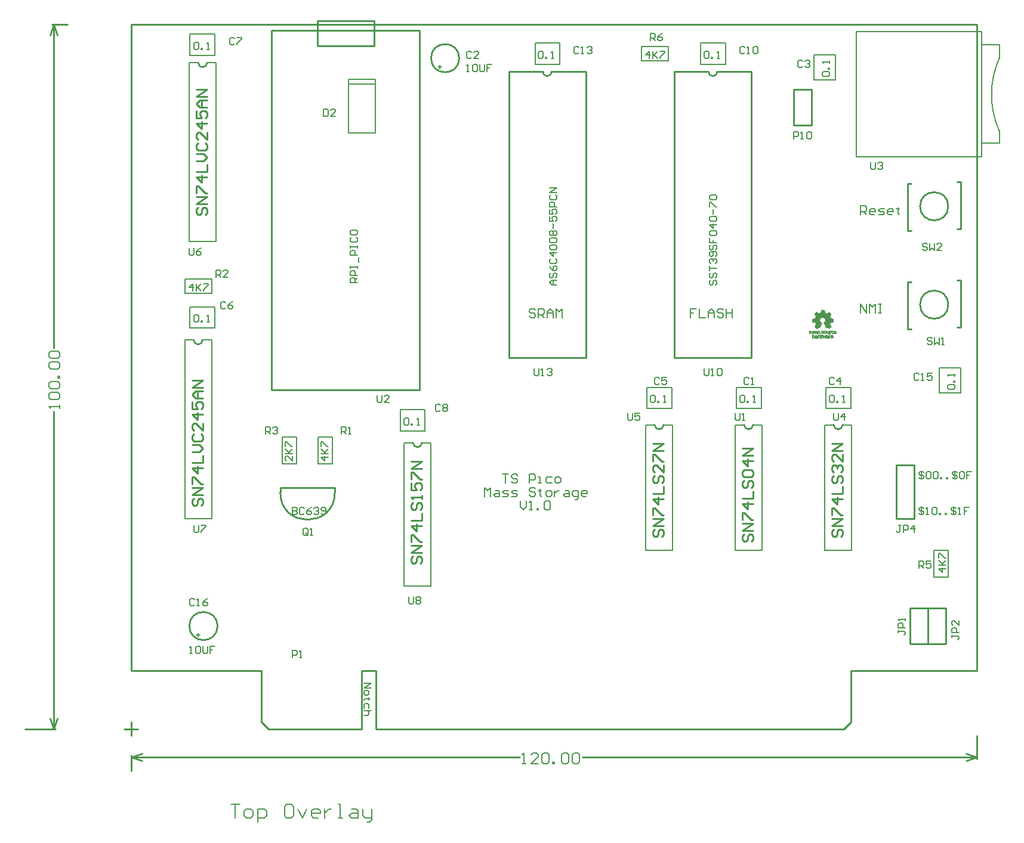
<source format=gto>
G04*
G04 #@! TF.GenerationSoftware,Altium Limited,CircuitStudio,1.5.2 (30)*
G04*
G04 Layer_Color=6750207*
%FSLAX25Y25*%
%MOIN*%
G70*
G01*
G75*
%ADD11C,0.01000*%
%ADD13C,0.00800*%
%ADD14C,0.00600*%
%ADD38C,0.00050*%
G36*
X661298Y1355038D02*
X661298Y1355038D01*
X661402Y1355017D01*
X661498Y1354954D01*
X661503Y1354961D01*
X661567Y1354935D01*
X661625Y1354794D01*
X661670Y1354686D01*
X661658Y1354684D01*
X661684Y1354553D01*
X661670Y1354553D01*
Y1353490D01*
X661368D01*
Y1353627D01*
X661362Y1353627D01*
X661332Y1353553D01*
X661232Y1353511D01*
Y1353511D01*
X661127Y1353468D01*
X661125Y1353481D01*
X660995Y1353456D01*
X660989Y1353457D01*
X660989Y1353459D01*
X660762Y1353504D01*
X660763Y1353509D01*
X660578Y1353586D01*
X660583Y1353590D01*
X660560Y1353599D01*
X660493Y1353759D01*
X660493Y1353760D01*
X660419Y1353940D01*
X660422Y1353946D01*
X660419Y1353946D01*
X660416Y1353951D01*
X660488Y1354125D01*
X660488Y1354125D01*
X660559Y1354294D01*
X660561Y1354292D01*
X660566Y1354302D01*
X660735Y1354372D01*
X660733Y1354377D01*
X660943Y1354419D01*
X660948Y1354418D01*
X660947Y1354406D01*
X661368D01*
X661381Y1354570D01*
X661384Y1354577D01*
X661349Y1354661D01*
X661349Y1354661D01*
X661329Y1354711D01*
X661292Y1354726D01*
X661293Y1354727D01*
X661195Y1354768D01*
X661194Y1354761D01*
X661078Y1354784D01*
X661058Y1354780D01*
X661058Y1354785D01*
X661054Y1354786D01*
X660959Y1354767D01*
X660957Y1354781D01*
X660878Y1354748D01*
X660879Y1354747D01*
X660797Y1354713D01*
X660771Y1354651D01*
X660772Y1354650D01*
X660771Y1354651D01*
X660771Y1354651D01*
X660521Y1354848D01*
X660555Y1354931D01*
X660748Y1355011D01*
X660748Y1355011D01*
X660883Y1355066D01*
X660885Y1355052D01*
X661025Y1355080D01*
X661043Y1355076D01*
X661042Y1355080D01*
X661065Y1355085D01*
X661298Y1355038D01*
D02*
G37*
G36*
X654975D02*
X654975Y1355038D01*
X655079Y1355017D01*
X655175Y1354954D01*
X655180Y1354961D01*
X655244Y1354935D01*
X655302Y1354794D01*
Y1354794D01*
X655347Y1354686D01*
X655335Y1354684D01*
X655361Y1354553D01*
X655347Y1354553D01*
Y1353490D01*
X655045D01*
Y1353627D01*
X655040Y1353627D01*
X655009Y1353553D01*
X654909Y1353511D01*
Y1353511D01*
X654804Y1353468D01*
X654802Y1353481D01*
X654673Y1353456D01*
X654666Y1353457D01*
X654666Y1353459D01*
X654439Y1353504D01*
X654440Y1353509D01*
X654255Y1353586D01*
X654260Y1353590D01*
X654237Y1353599D01*
X654171Y1353759D01*
X654171Y1353760D01*
X654096Y1353940D01*
X654099Y1353946D01*
X654096Y1353945D01*
X654094Y1353951D01*
X654165Y1354125D01*
X654166Y1354125D01*
X654236Y1354294D01*
X654239Y1354292D01*
X654243Y1354302D01*
X654412Y1354372D01*
X654410Y1354377D01*
X654620Y1354419D01*
X654625Y1354418D01*
X654625Y1354406D01*
X655045D01*
X655058Y1354570D01*
X655061Y1354577D01*
X655026Y1354661D01*
X655026Y1354661D01*
X655006Y1354711D01*
X654969Y1354726D01*
X654970Y1354727D01*
X654872Y1354768D01*
X654871Y1354761D01*
X654755Y1354784D01*
X654735Y1354780D01*
X654735Y1354785D01*
X654731Y1354786D01*
X654636Y1354767D01*
X654635Y1354781D01*
X654555Y1354748D01*
X654556Y1354747D01*
X654474Y1354713D01*
X654449Y1354651D01*
X654450Y1354650D01*
X654449Y1354651D01*
X654449Y1354651D01*
X654198Y1354848D01*
X654232Y1354931D01*
X654425Y1355011D01*
X654425Y1355011D01*
X654560Y1355066D01*
X654562Y1355052D01*
X654702Y1355080D01*
X654720Y1355076D01*
X654720Y1355080D01*
X654742Y1355085D01*
X654975Y1355038D01*
D02*
G37*
G36*
X652944Y1356113D02*
D01*
D01*
D01*
D01*
D02*
G37*
G36*
X662078Y1355965D02*
X661766D01*
Y1356101D01*
X661748Y1356059D01*
X661587Y1355993D01*
X661587Y1355993D01*
X661369Y1355902D01*
X661358Y1355907D01*
X661359Y1355907D01*
X661179Y1355982D01*
X661175Y1355971D01*
X661167Y1355973D01*
X661005Y1356081D01*
X660995Y1356070D01*
X660949Y1356089D01*
X660881Y1356253D01*
X660881D01*
X660837Y1356359D01*
X660849Y1356361D01*
X660825Y1356482D01*
X660826Y1356485D01*
X660839Y1356485D01*
Y1357517D01*
X661151D01*
X661120Y1356592D01*
X661117Y1356584D01*
X661172Y1356450D01*
X661172Y1356451D01*
X661223Y1356330D01*
X661222Y1356329D01*
X661223Y1356327D01*
X661338Y1356280D01*
X661338Y1356280D01*
X661456Y1356231D01*
X661460Y1356232D01*
X661460Y1356233D01*
X661464Y1356232D01*
X661580Y1356280D01*
X661580Y1356280D01*
X661694Y1356327D01*
X661695Y1356329D01*
X661694Y1356330D01*
X661744Y1356451D01*
X661745Y1356450D01*
X661800Y1356584D01*
X661797Y1356592D01*
X661766Y1356592D01*
Y1357517D01*
X662078D01*
Y1355965D01*
D02*
G37*
G36*
X664491Y1356412D02*
X664491Y1356411D01*
X664479Y1356421D01*
X664491Y1356412D01*
D02*
G37*
G36*
X658013Y1353496D02*
X657701D01*
X657726Y1353636D01*
X657712Y1353602D01*
X657520Y1353523D01*
X657519Y1353523D01*
X657306Y1353434D01*
X657300Y1353437D01*
X657301Y1353430D01*
X657296Y1353428D01*
X657165Y1353483D01*
X657166Y1353485D01*
X657053Y1353532D01*
X657053Y1353532D01*
X656903Y1353594D01*
X656872Y1353669D01*
X656872Y1353668D01*
X656787Y1353872D01*
X656797Y1353873D01*
X656766Y1354029D01*
X656766Y1354029D01*
X656736Y1354254D01*
X656739Y1354274D01*
X656739Y1354274D01*
X656737Y1354293D01*
X656766Y1354515D01*
X656766Y1354515D01*
X656766Y1354515D01*
X656766Y1354515D01*
X656797Y1354669D01*
X656787Y1354671D01*
X656872Y1354875D01*
X656871Y1354875D01*
X656901Y1354948D01*
X657053Y1355011D01*
X657053Y1355011D01*
X657166Y1355057D01*
X657165Y1355060D01*
X657296Y1355114D01*
X657301Y1355112D01*
X657300Y1355101D01*
X657307Y1355103D01*
X657518Y1355016D01*
X657519Y1355018D01*
X657701Y1354897D01*
Y1355674D01*
X658013D01*
Y1353496D01*
D02*
G37*
G36*
X659902D02*
X659627D01*
X659302Y1354581D01*
X659297D01*
X658973Y1353496D01*
X658697D01*
X658201Y1355048D01*
X658531D01*
X658829Y1353961D01*
X658835D01*
X659186Y1355048D01*
X659414D01*
X659764Y1353961D01*
X659771D01*
X660068Y1355048D01*
X660398D01*
X659902Y1353496D01*
D02*
G37*
G36*
X656431Y1355107D02*
X656431Y1355105D01*
X656431Y1355105D01*
X656597Y1355036D01*
X656597Y1355036D01*
X656770Y1354964D01*
X656755Y1354946D01*
X656538Y1354688D01*
X656427Y1354735D01*
X656323Y1354778D01*
X656323Y1354780D01*
X656323Y1354780D01*
X656104Y1354689D01*
X656107Y1354685D01*
X656086Y1354676D01*
X656044Y1354576D01*
X656044Y1354576D01*
X655987Y1354438D01*
X655991Y1354428D01*
X656021Y1354429D01*
Y1353496D01*
X655709D01*
Y1355048D01*
X656021D01*
Y1354912D01*
X656013Y1354893D01*
X656021Y1354882D01*
Y1354912D01*
X656038Y1354953D01*
X656200Y1355020D01*
X656201Y1355020D01*
X656421Y1355111D01*
X656431Y1355107D01*
D02*
G37*
G36*
X663742Y1355077D02*
X663747Y1355078D01*
X663985Y1355031D01*
X663986Y1355032D01*
X663992Y1355031D01*
X664195Y1354895D01*
X664214Y1354915D01*
X664240Y1354904D01*
X664333Y1354680D01*
X664342Y1354684D01*
X664395Y1354422D01*
X664392Y1354410D01*
X664381Y1354411D01*
Y1354154D01*
X663378Y1354155D01*
X663374Y1354144D01*
X663439Y1353986D01*
X663440Y1353986D01*
X663494Y1353856D01*
X663505Y1353852D01*
X663503Y1353850D01*
X663637Y1353794D01*
X663636Y1353794D01*
X663778Y1353735D01*
X663784Y1353738D01*
X663784Y1353735D01*
X663786Y1353734D01*
X663965Y1353808D01*
X663966Y1353808D01*
X664147Y1353883D01*
X664152Y1353895D01*
X664124Y1353921D01*
X664354Y1353725D01*
X664319Y1353672D01*
X664228Y1353611D01*
X664239Y1353597D01*
X664091Y1353536D01*
X664096Y1353523D01*
X663792Y1353462D01*
X663789Y1353463D01*
X663790Y1353464D01*
X663552Y1353511D01*
X663552Y1353509D01*
X663494Y1353521D01*
X663326Y1353633D01*
X663321Y1353625D01*
X663249Y1353655D01*
X663220Y1353725D01*
X663217Y1353723D01*
X663157Y1353868D01*
X663150Y1353866D01*
X663114Y1354047D01*
X663113Y1354046D01*
X663071Y1354257D01*
X663073Y1354266D01*
X663073Y1354266D01*
X663072Y1354274D01*
X663112Y1354475D01*
X663113Y1354475D01*
X663148Y1354651D01*
X663150Y1354650D01*
X663160Y1354701D01*
X663218Y1354788D01*
X663213Y1354792D01*
X663255Y1354893D01*
X663295Y1354909D01*
X663306Y1354897D01*
X663515Y1355036D01*
X663515Y1355036D01*
X663521Y1355022D01*
X663742Y1355114D01*
X663742Y1355077D01*
D02*
G37*
G36*
X662759Y1355107D02*
X662758Y1355105D01*
X662758Y1355105D01*
X662925Y1355036D01*
X662925Y1355036D01*
X663097Y1354964D01*
X663082Y1354946D01*
X662866Y1354688D01*
X662755Y1354735D01*
X662755D01*
X662651Y1354778D01*
X662651Y1354780D01*
X662650Y1354780D01*
X662431Y1354689D01*
X662435Y1354685D01*
X662413Y1354676D01*
X662372Y1354576D01*
X662371Y1354576D01*
X662314Y1354438D01*
X662318Y1354428D01*
X662349Y1354429D01*
Y1353496D01*
X662037D01*
Y1355048D01*
X662349D01*
Y1354912D01*
X662341Y1354893D01*
X662349Y1354882D01*
Y1354912D01*
X662366Y1354953D01*
X662528Y1355020D01*
X662528Y1355020D01*
X662748Y1355111D01*
X662759Y1355107D01*
D02*
G37*
G36*
X664151Y1357548D02*
X664151Y1357548D01*
X664155Y1357549D01*
X664318Y1357516D01*
X664318Y1357516D01*
X664415Y1357497D01*
X664468Y1357461D01*
X664469Y1357462D01*
X664681Y1357321D01*
X664714Y1357271D01*
X664709Y1357266D01*
X664493Y1357071D01*
X664469Y1357129D01*
X664335Y1357184D01*
X664334Y1357183D01*
X664166Y1357253D01*
X664163Y1357252D01*
X664164Y1357258D01*
X664153Y1357262D01*
X663986Y1357193D01*
X663986Y1357193D01*
X663861Y1357141D01*
X663849Y1357111D01*
X663847Y1357112D01*
X663781Y1356952D01*
X663783Y1356951D01*
X663744Y1356752D01*
X663746Y1356739D01*
X663746Y1356740D01*
X663744Y1356727D01*
X663783Y1356528D01*
X663781Y1356528D01*
X663847Y1356368D01*
X663849Y1356369D01*
X663860Y1356340D01*
X663986Y1356288D01*
X663986Y1356288D01*
X664153Y1356219D01*
X664164Y1356223D01*
X664163Y1356229D01*
X664166Y1356228D01*
X664335Y1356298D01*
X664336Y1356297D01*
X664466Y1356351D01*
X664491Y1356411D01*
X664714Y1356210D01*
X664681Y1356161D01*
X664469Y1356019D01*
X664469Y1356020D01*
X664416Y1355985D01*
X664318Y1355966D01*
Y1355966D01*
X664155Y1355933D01*
X664151Y1355934D01*
X664151Y1355934D01*
X664148Y1355933D01*
X663892Y1355984D01*
X663891Y1355982D01*
X663870Y1355986D01*
X663661Y1356126D01*
X663649Y1356111D01*
X663604Y1356130D01*
X663561Y1356232D01*
X663569Y1356237D01*
X663503Y1356337D01*
X663496Y1356372D01*
X663493Y1356371D01*
X663459Y1356541D01*
X663459Y1356541D01*
X663421Y1356732D01*
X663422Y1356739D01*
X663422Y1356739D01*
X663421Y1356746D01*
X663459Y1356938D01*
X663459Y1356937D01*
X663493Y1357108D01*
X663496Y1357107D01*
X663503Y1357143D01*
X663569Y1357243D01*
X663561Y1357248D01*
X663605Y1357352D01*
X663648Y1357370D01*
X663661Y1357355D01*
X663872Y1357496D01*
X663891Y1357500D01*
X663891Y1357498D01*
X664148Y1357549D01*
X664151Y1357548D01*
D02*
G37*
G36*
X659917Y1357549D02*
X659916Y1357548D01*
X659924Y1357550D01*
X660079Y1357519D01*
X660081Y1357527D01*
X660211Y1357473D01*
X660211Y1357473D01*
X660312Y1357406D01*
X660322Y1357419D01*
X660407Y1357384D01*
X660416Y1357362D01*
X660416Y1357362D01*
X660518Y1357115D01*
X660519Y1357116D01*
X660550Y1356961D01*
X660556Y1356962D01*
X660597Y1356757D01*
X660594Y1356743D01*
X660595Y1356743D01*
X660598Y1356728D01*
X660557Y1356520D01*
X660550Y1356521D01*
X660519Y1356365D01*
X660518Y1356365D01*
X660416Y1356119D01*
X660413Y1356121D01*
X660402Y1356095D01*
X660321Y1356062D01*
X660312Y1356074D01*
X660211Y1356007D01*
X660211Y1356008D01*
X660081Y1355954D01*
X660079Y1355963D01*
X659924Y1355932D01*
X659916Y1355933D01*
X659917Y1355933D01*
X659909Y1355932D01*
X659752Y1355963D01*
X659750Y1355954D01*
X659620Y1356008D01*
X659620Y1356007D01*
X659520Y1356074D01*
X659510Y1356061D01*
X659432Y1356094D01*
X659420Y1356123D01*
X659416Y1356118D01*
X659314Y1356365D01*
X659313Y1356365D01*
X659282Y1356521D01*
X659275Y1356520D01*
X659234Y1356728D01*
X659237Y1356743D01*
X659238Y1356743D01*
D01*
D01*
D01*
D01*
X659238Y1356743D01*
X659277Y1356743D01*
X659238Y1356743D01*
X659235Y1356757D01*
X659276Y1356962D01*
X659282Y1356961D01*
X659313Y1357116D01*
X659314Y1357115D01*
X659416Y1357362D01*
X659418Y1357361D01*
X659428Y1357385D01*
X659510Y1357419D01*
X659520Y1357406D01*
X659620Y1357473D01*
X659620Y1357473D01*
X659750Y1357527D01*
X659752Y1357519D01*
X659909Y1357550D01*
X659917Y1357549D01*
D02*
G37*
G36*
X654744Y1357546D02*
X654749Y1357547D01*
X654987Y1357500D01*
X654988Y1357501D01*
X654994Y1357500D01*
X655197Y1357364D01*
X655216Y1357384D01*
X655242Y1357374D01*
X655335Y1357150D01*
X655345Y1357153D01*
X655397Y1356891D01*
X655394Y1356880D01*
X655383Y1356880D01*
Y1356623D01*
X654380Y1356624D01*
X654376Y1356614D01*
X654441Y1356455D01*
X654442Y1356455D01*
X654496Y1356326D01*
X654507Y1356321D01*
X654505Y1356319D01*
X654639Y1356264D01*
X654638Y1356263D01*
X654780Y1356205D01*
X654786Y1356207D01*
X654786Y1356205D01*
X654788Y1356203D01*
X654967Y1356277D01*
X654968Y1356277D01*
X655149Y1356353D01*
X655154Y1356364D01*
X655126Y1356390D01*
X655356Y1356194D01*
X655321Y1356141D01*
X655230Y1356081D01*
X655241Y1356066D01*
X655093Y1356005D01*
X655098Y1355992D01*
X654794Y1355932D01*
X654791Y1355932D01*
X654791Y1355933D01*
X654554Y1355980D01*
X654554Y1355978D01*
X654496Y1355990D01*
X654328Y1356102D01*
X654323Y1356094D01*
X654251Y1356124D01*
X654222Y1356194D01*
X654219Y1356192D01*
X654159Y1356337D01*
X654152Y1356335D01*
X654116Y1356516D01*
X654115Y1356516D01*
X654073Y1356726D01*
X654075Y1356735D01*
X654075Y1356735D01*
X654074Y1356743D01*
X654114Y1356945D01*
X654115Y1356944D01*
X654150Y1357120D01*
X654152Y1357119D01*
X654162Y1357170D01*
X654221Y1357257D01*
X654215Y1357261D01*
X654257Y1357362D01*
X654297Y1357378D01*
X654308Y1357366D01*
X654517Y1357505D01*
X654517Y1357506D01*
X654523Y1357491D01*
X654744Y1357583D01*
X654744Y1357546D01*
D02*
G37*
G36*
X665440D02*
X665445Y1357547D01*
X665684Y1357500D01*
X665684Y1357501D01*
X665690Y1357500D01*
X665894Y1357364D01*
X665912Y1357384D01*
X665938Y1357374D01*
X666031Y1357150D01*
X666041Y1357153D01*
X666093Y1356891D01*
X666091Y1356880D01*
X666079Y1356880D01*
Y1356623D01*
X665076Y1356624D01*
X665072Y1356614D01*
X665138Y1356455D01*
X665138Y1356455D01*
X665192Y1356326D01*
X665203Y1356321D01*
X665201Y1356319D01*
X665335Y1356264D01*
X665335Y1356263D01*
X665477Y1356205D01*
X665482Y1356207D01*
X665482Y1356205D01*
X665485Y1356203D01*
X665664Y1356277D01*
X665664Y1356277D01*
X665845Y1356353D01*
X665850Y1356364D01*
X665823Y1356390D01*
X666052Y1356194D01*
X666017Y1356141D01*
X665927Y1356081D01*
X665937Y1356066D01*
X665789Y1356005D01*
X665794Y1355992D01*
X665490Y1355932D01*
X665488Y1355932D01*
X665488Y1355933D01*
X665251Y1355980D01*
X665250Y1355978D01*
X665192Y1355990D01*
X665025Y1356102D01*
X665019Y1356094D01*
X664948Y1356124D01*
X664919Y1356194D01*
X664916Y1356192D01*
X664856Y1356337D01*
X664849Y1356335D01*
X664813Y1356516D01*
X664812Y1356516D01*
X664770Y1356726D01*
X664772Y1356735D01*
X664772Y1356735D01*
X664770Y1356743D01*
X664810Y1356945D01*
X664811Y1356944D01*
X664846Y1357120D01*
X664849Y1357119D01*
X664859Y1357171D01*
X664917Y1357257D01*
X664911Y1357261D01*
X664953Y1357362D01*
X664993Y1357379D01*
X665004Y1357366D01*
X665213Y1357505D01*
X665213Y1357506D01*
X665219Y1357491D01*
X665440Y1357583D01*
X665440Y1357546D01*
D02*
G37*
G36*
X653479Y1357529D02*
X653478Y1357526D01*
X653591Y1357480D01*
X653591Y1357480D01*
X653748Y1357415D01*
X653777Y1357346D01*
X653773Y1357343D01*
X653857Y1357140D01*
X653848Y1357138D01*
X653878Y1356983D01*
X653878Y1356983D01*
X653908Y1356759D01*
X653905Y1356739D01*
X653905Y1356739D01*
X653907Y1356720D01*
X653878Y1356497D01*
X653878Y1356497D01*
X653848Y1356342D01*
X653857Y1356340D01*
X653773Y1356137D01*
X653775Y1356136D01*
X653746Y1356065D01*
X653591Y1356001D01*
X653590Y1356001D01*
X653478Y1355955D01*
X653479Y1355952D01*
X653349Y1355898D01*
X653344Y1355900D01*
X653345Y1355912D01*
X653337Y1355908D01*
X653126Y1355996D01*
X653125Y1355992D01*
X652944Y1356113D01*
Y1356130D01*
X652934Y1356120D01*
X652944Y1356113D01*
X652944Y1354912D01*
X652961Y1354953D01*
X653123Y1355020D01*
X653123Y1355020D01*
X653343Y1355111D01*
X653354Y1355107D01*
X653353Y1355105D01*
X653531Y1355031D01*
X653535Y1355042D01*
X653540Y1355041D01*
X653704Y1354931D01*
X653714Y1354943D01*
X653760Y1354923D01*
X653828Y1354759D01*
X653828D01*
X653872Y1354653D01*
X653860Y1354651D01*
X653884Y1354531D01*
X653883Y1354527D01*
X653870Y1354528D01*
Y1353496D01*
X653558D01*
X653589Y1354420D01*
X653592Y1354427D01*
X653537Y1354560D01*
X653537Y1354560D01*
X653487Y1354681D01*
X653487Y1354681D01*
X653485Y1354685D01*
X653372Y1354731D01*
X653372Y1354731D01*
X653256Y1354780D01*
X653252Y1354778D01*
X653253Y1354779D01*
X653249Y1354781D01*
X653130Y1354731D01*
X653130Y1354731D01*
X653016Y1354684D01*
X653015Y1354681D01*
X653015Y1354681D01*
X652965Y1354560D01*
X652964Y1354560D01*
X652909Y1354427D01*
X652912Y1354420D01*
X652944Y1354420D01*
Y1353496D01*
X652632D01*
Y1357517D01*
X652944D01*
X652920Y1357374D01*
X652936Y1357411D01*
X653125Y1357490D01*
X653125Y1357490D01*
X653339Y1357578D01*
X653345Y1357576D01*
X653344Y1357581D01*
X653349Y1357582D01*
X653479Y1357529D01*
D02*
G37*
G36*
X659328Y1369220D02*
X659346Y1369177D01*
X659344Y1369177D01*
X659612Y1367783D01*
X659630Y1367740D01*
X659658Y1367728D01*
X660825Y1367245D01*
X660854Y1367233D01*
X660897Y1367251D01*
X660896Y1367252D01*
X662071Y1368048D01*
X662114Y1368066D01*
X662171Y1368042D01*
X662171D01*
X662167Y1368038D01*
X663175Y1367038D01*
X663199Y1366981D01*
X663181Y1366938D01*
X663180Y1366939D01*
X662383Y1365764D01*
X662366Y1365721D01*
X662378Y1365693D01*
X662861Y1364525D01*
X662873Y1364497D01*
X662916Y1364479D01*
X662916Y1364480D01*
X664310Y1364213D01*
X664353Y1364195D01*
X664376Y1364138D01*
X664370D01*
X664376Y1362718D01*
X664353Y1362660D01*
X664310Y1362643D01*
X664310Y1362644D01*
X662916Y1362377D01*
X662873Y1362359D01*
X662861Y1362330D01*
X662861D01*
X662378Y1361163D01*
X662366Y1361135D01*
X662383Y1361092D01*
X662385Y1361092D01*
X663181Y1359918D01*
X663199Y1359875D01*
X663175Y1359818D01*
X663171Y1359822D01*
X662171Y1358813D01*
X662114Y1358790D01*
X662071Y1358807D01*
X662072Y1358809D01*
X660897Y1359605D01*
X660854Y1359623D01*
X660825Y1359611D01*
X660291Y1359390D01*
X660262Y1359378D01*
X660205Y1359402D01*
X660193Y1359431D01*
X660193D01*
X659209Y1361841D01*
X659197Y1361869D01*
X659221Y1361926D01*
X659247Y1361937D01*
X659256Y1361918D01*
X659744Y1362245D01*
X660107Y1362788D01*
X660234Y1363428D01*
X660107Y1364068D01*
X659744Y1364611D01*
X659201Y1364974D01*
X658561Y1365101D01*
X657920Y1364974D01*
X657377Y1364611D01*
X657015Y1364068D01*
X656887Y1363428D01*
X657015Y1362788D01*
X657377Y1362245D01*
X657866Y1361918D01*
X657875Y1361937D01*
X657901Y1361926D01*
X657924Y1361869D01*
X657913Y1361841D01*
X656929Y1359431D01*
X656917Y1359402D01*
X656859Y1359378D01*
X656831Y1359390D01*
X656296Y1359611D01*
X656267Y1359623D01*
X656224Y1359605D01*
X656225Y1359604D01*
X655051Y1358807D01*
X655008Y1358790D01*
X654951Y1358813D01*
X654955Y1358818D01*
X653946Y1359818D01*
Y1359818D01*
X653923Y1359875D01*
X653940Y1359918D01*
X653942Y1359917D01*
X654738Y1361092D01*
X654756Y1361135D01*
X654744Y1361163D01*
X654260Y1362330D01*
X654249Y1362359D01*
X654206Y1362377D01*
X654205Y1362375D01*
X652812Y1362643D01*
X652769Y1362660D01*
X652745Y1362718D01*
X652751D01*
X652745Y1364138D01*
X652769Y1364195D01*
X652812Y1364213D01*
X652812Y1364212D01*
X654206Y1364479D01*
X654249Y1364497D01*
X654260Y1364525D01*
X654744Y1365693D01*
X654756Y1365721D01*
X654738Y1365764D01*
X654737Y1365763D01*
X653940Y1366938D01*
X653923Y1366981D01*
X653946Y1367038D01*
Y1367038D01*
X653951Y1367034D01*
X654951Y1368042D01*
X654951D01*
X655008Y1368066D01*
X655051Y1368048D01*
X655050Y1368047D01*
X656224Y1367251D01*
X656267Y1367233D01*
X656296Y1367245D01*
Y1367245D01*
X657463Y1367728D01*
X657492Y1367740D01*
X657510Y1367783D01*
X657508Y1367783D01*
X657775Y1369177D01*
X657793Y1369220D01*
X657851Y1369244D01*
Y1369237D01*
X659271Y1369244D01*
X659328Y1369220D01*
D02*
G37*
G36*
X651707Y1357549D02*
X651707Y1357548D01*
X651714Y1357550D01*
X651869Y1357519D01*
X651871Y1357527D01*
X652001Y1357473D01*
X652001Y1357473D01*
X652102Y1357406D01*
X652112Y1357419D01*
X652197Y1357384D01*
X652206Y1357362D01*
X652206Y1357362D01*
X652308Y1357115D01*
X652309Y1357116D01*
X652340Y1356961D01*
X652346Y1356962D01*
X652387Y1356757D01*
X652384Y1356743D01*
X652385Y1356743D01*
X652388Y1356728D01*
X652347Y1356520D01*
X652340Y1356521D01*
X652309Y1356365D01*
X652308Y1356365D01*
X652206Y1356119D01*
X652203Y1356121D01*
X652192Y1356095D01*
X652111Y1356062D01*
X652102Y1356074D01*
X652001Y1356007D01*
X652001Y1356008D01*
X651871Y1355954D01*
X651869Y1355963D01*
X651714Y1355932D01*
X651707Y1355933D01*
X651707Y1355933D01*
X651699Y1355932D01*
X651542Y1355963D01*
X651540Y1355954D01*
X651410Y1356008D01*
X651410Y1356007D01*
X651310Y1356074D01*
X651300Y1356061D01*
X651222Y1356094D01*
X651210Y1356123D01*
X651206Y1356118D01*
X651104Y1356365D01*
X651103Y1356365D01*
X651072Y1356521D01*
X651065Y1356520D01*
X651024Y1356728D01*
X651027Y1356743D01*
X651028Y1356743D01*
D01*
D01*
D01*
D01*
X651028Y1356743D01*
X651067Y1356743D01*
X651028Y1356743D01*
X651025Y1356757D01*
X651066Y1356962D01*
X651072Y1356961D01*
X651103Y1357116D01*
X651104Y1357115D01*
X651206Y1357362D01*
X651208Y1357361D01*
X651218Y1357385D01*
X651300Y1357419D01*
X651310Y1357406D01*
X651410Y1357473D01*
X651410Y1357473D01*
X651540Y1357527D01*
X651542Y1357519D01*
X651699Y1357550D01*
X651707Y1357549D01*
D02*
G37*
G36*
X658627Y1357521D02*
X658627Y1357521D01*
X658790Y1357488D01*
X658791Y1357491D01*
X658811Y1357487D01*
X659050Y1357328D01*
X659046Y1357324D01*
X658853Y1357096D01*
X658670Y1357219D01*
X658670Y1357219D01*
X658662Y1357200D01*
X658448Y1357289D01*
X658437Y1357285D01*
X658439Y1357279D01*
X658428Y1357283D01*
X658310Y1357234D01*
X658311Y1357230D01*
X658224Y1357195D01*
X658224Y1357195D01*
X658213Y1357190D01*
X658157Y1357058D01*
X658159Y1357053D01*
X658162Y1357053D01*
X658183Y1357004D01*
X658182Y1357004D01*
X658204Y1356952D01*
X658207Y1356950D01*
X658209Y1356952D01*
X658277Y1356923D01*
X658277Y1356922D01*
X658376Y1356881D01*
X658377Y1356907D01*
X658634Y1356896D01*
X658746Y1356874D01*
X658748Y1356882D01*
X658841Y1356844D01*
Y1356844D01*
X658975Y1356788D01*
X658990Y1356750D01*
X658994Y1356752D01*
X659059Y1356596D01*
X659059Y1356596D01*
X659128Y1356429D01*
X659126Y1356424D01*
X659115Y1356425D01*
X659119Y1356416D01*
X659038Y1356221D01*
X659039Y1356221D01*
X658990Y1356103D01*
X658900Y1356066D01*
X658897Y1356071D01*
X658783Y1355996D01*
X658690Y1355977D01*
X658690Y1355977D01*
X658449Y1355929D01*
X658441Y1355931D01*
X658441Y1355930D01*
X658434Y1355929D01*
X658070Y1356001D01*
X658069Y1355998D01*
X658068Y1355998D01*
X657747Y1356212D01*
X657758Y1356223D01*
X657967Y1356430D01*
X658195Y1356277D01*
X658196Y1356279D01*
X658459Y1356226D01*
X658465Y1356228D01*
X658465Y1356197D01*
X658470Y1356195D01*
X658588Y1356244D01*
X658588Y1356247D01*
X658686Y1356288D01*
X658685Y1356289D01*
X658734Y1356310D01*
X658751Y1356352D01*
X658751Y1356352D01*
X658785Y1356436D01*
X658784Y1356440D01*
X658782Y1356439D01*
X658783Y1356442D01*
X658760Y1356500D01*
X658760Y1356500D01*
X658742Y1356543D01*
X658727Y1356549D01*
X658728Y1356551D01*
X658665Y1356577D01*
X658665Y1356577D01*
X658583Y1356611D01*
X658581Y1356592D01*
X658305Y1356584D01*
X658130Y1356656D01*
X658130Y1356656D01*
X657968Y1356723D01*
X657974Y1356729D01*
X657949Y1356739D01*
X657892Y1356878D01*
X657892Y1356878D01*
X657821Y1357048D01*
X657825Y1357057D01*
X657824Y1357055D01*
X657820Y1357067D01*
X657901Y1357264D01*
X657901Y1357264D01*
X657956Y1357395D01*
X658019Y1357422D01*
X658015Y1357427D01*
X658210Y1357508D01*
X658211Y1357507D01*
X658430Y1357550D01*
X658438Y1357549D01*
X658438Y1357556D01*
X658444Y1357557D01*
X658627Y1357521D01*
D02*
G37*
G36*
X663154Y1357576D02*
X663154Y1357574D01*
X663154Y1357574D01*
X663320Y1357505D01*
X663320Y1357505D01*
X663493Y1357434D01*
X663478Y1357415D01*
X663261Y1357158D01*
X663150Y1357204D01*
X663046Y1357247D01*
X663046Y1357249D01*
X663046Y1357249D01*
X662827Y1357158D01*
X662830Y1357154D01*
X662809Y1357145D01*
X662767Y1357045D01*
X662767Y1357045D01*
X662710Y1356907D01*
X662714Y1356897D01*
X662744Y1356898D01*
Y1355965D01*
X662432D01*
Y1357517D01*
X662744D01*
Y1357381D01*
X662736Y1357362D01*
X662744Y1357351D01*
Y1357381D01*
X662761Y1357422D01*
X662923Y1357489D01*
X662923Y1357489D01*
X663144Y1357580D01*
X663154Y1357576D01*
D02*
G37*
G36*
X656378Y1357576D02*
X656377Y1357574D01*
X656555Y1357500D01*
X656559Y1357511D01*
X656563Y1357510D01*
X656728Y1357400D01*
X656738Y1357412D01*
X656784Y1357392D01*
X656852Y1357228D01*
X656852D01*
X656896Y1357123D01*
X656884Y1357121D01*
X656908Y1357000D01*
X656907Y1356997D01*
X656894Y1356997D01*
Y1355965D01*
X656582D01*
X656613Y1356889D01*
X656616Y1356896D01*
X656561Y1357029D01*
X656561Y1357029D01*
X656510Y1357150D01*
X656511Y1357150D01*
X656509Y1357154D01*
X656396Y1357201D01*
X656396Y1357201D01*
X656280Y1357249D01*
X656276Y1357247D01*
X656277Y1357248D01*
X656273Y1357250D01*
X656154Y1357201D01*
X656154Y1357201D01*
X656040Y1357154D01*
X656039Y1357150D01*
X656039Y1357150D01*
X655989Y1357029D01*
X655988Y1357029D01*
X655933Y1356896D01*
X655936Y1356889D01*
X655967Y1356889D01*
Y1355965D01*
X655655D01*
Y1357517D01*
X655967D01*
Y1357381D01*
X655960Y1357362D01*
X655967Y1357351D01*
Y1357381D01*
X655984Y1357422D01*
X656147Y1357489D01*
X656147Y1357489D01*
X656367Y1357580D01*
X656378Y1357576D01*
D02*
G37*
%LPC*%
G36*
X657391Y1354793D02*
X657295Y1354753D01*
X657296Y1354749D01*
X657218Y1354717D01*
X657219Y1354717D01*
X657168Y1354696D01*
X657129Y1354603D01*
X657127Y1354603D01*
X657064Y1354284D01*
X657066Y1354274D01*
X657063Y1354261D01*
X657128Y1353939D01*
X657129Y1353939D01*
X657168Y1353846D01*
X657219Y1353825D01*
X657218Y1353825D01*
X657296Y1353793D01*
X657295Y1353789D01*
X657391Y1353749D01*
X657396Y1353752D01*
X657396Y1353754D01*
X657401Y1353752D01*
X657495Y1353791D01*
X657495Y1353794D01*
X657571Y1353826D01*
X657571Y1353826D01*
X657618Y1353846D01*
X657659Y1353945D01*
X657661Y1353945D01*
X657725Y1354269D01*
X657724Y1354274D01*
X657724Y1354274D01*
X657725Y1354276D01*
X657661Y1354597D01*
X657659Y1354597D01*
X657618Y1354697D01*
X657571Y1354716D01*
X657571Y1354716D01*
X657495Y1354748D01*
X657495Y1354751D01*
X657401Y1354790D01*
X657396Y1354788D01*
X657396Y1354753D01*
X657396Y1354788D01*
X657396Y1354788D01*
X657396Y1354791D01*
X657391Y1354793D01*
D02*
G37*
G36*
X663738Y1354799D02*
X663615Y1354748D01*
X663615Y1354748D01*
X663496Y1354699D01*
X663494Y1354695D01*
X663494Y1354695D01*
X663441Y1354565D01*
X663440Y1354566D01*
X663376Y1354411D01*
X663414Y1354411D01*
X664106Y1354412D01*
X664042Y1354565D01*
X664041Y1354565D01*
X663988Y1354695D01*
X663987Y1354695D01*
X663985Y1354700D01*
X663868Y1354748D01*
X663868Y1354748D01*
X663746Y1354799D01*
X663742Y1354797D01*
X663742Y1354797D01*
X663738Y1354799D01*
D02*
G37*
G36*
X652944Y1354912D02*
X652936Y1354893D01*
X652944Y1354882D01*
Y1354912D01*
D02*
G37*
G36*
X661003Y1354190D02*
X660886Y1354141D01*
X660887Y1354138D01*
X660802Y1354103D01*
X660803Y1354101D01*
X660777Y1354090D01*
X660756Y1354041D01*
X660756Y1354041D01*
X660727Y1353968D01*
X660730Y1353960D01*
X660729Y1353961D01*
X660729Y1353960D01*
X660758Y1353888D01*
X660758Y1353888D01*
X660783Y1353828D01*
X660804Y1353819D01*
X660802Y1353817D01*
X660896Y1353778D01*
X660896Y1353776D01*
X661018Y1353725D01*
X661028Y1353729D01*
X661027Y1353753D01*
X661053Y1353747D01*
X661190Y1353775D01*
X661191Y1353766D01*
X661297Y1353810D01*
X661298Y1353810D01*
X661319Y1353818D01*
X661329Y1353843D01*
X661330Y1353842D01*
X661351Y1353892D01*
X661353Y1353891D01*
X661407Y1354023D01*
X661402Y1354036D01*
X661368Y1354035D01*
Y1354150D01*
X661003Y1354190D01*
D02*
G37*
G36*
X654681D02*
X654564Y1354141D01*
X654564Y1354138D01*
X654480Y1354103D01*
X654481Y1354101D01*
X654454Y1354090D01*
X654434Y1354041D01*
X654434Y1354041D01*
X654404Y1353968D01*
X654407Y1353961D01*
X654406Y1353961D01*
X654406Y1353960D01*
X654435Y1353888D01*
X654435Y1353888D01*
X654460Y1353828D01*
X654481Y1353819D01*
X654479Y1353817D01*
X654574Y1353778D01*
X654573Y1353776D01*
X654695Y1353725D01*
X654705Y1353729D01*
X654704Y1353753D01*
X654730Y1353747D01*
X654867Y1353775D01*
X654868Y1353766D01*
X654974Y1353810D01*
X654975Y1353810D01*
X654996Y1353818D01*
X655006Y1353843D01*
X655007Y1353842D01*
X655028Y1353892D01*
X655030Y1353891D01*
X655085Y1354023D01*
X655079Y1354037D01*
X655045Y1354035D01*
Y1354150D01*
X654681Y1354190D01*
D02*
G37*
G36*
X653255Y1357262D02*
X653249Y1357259D01*
X653250Y1357258D01*
X653245Y1357260D01*
X653150Y1357220D01*
X653150Y1357217D01*
X653073Y1357185D01*
X653073Y1357185D01*
X653026Y1357166D01*
X652985Y1357066D01*
X652984Y1357066D01*
X652920Y1356743D01*
X652920Y1356739D01*
X652921Y1356739D01*
X652920Y1356735D01*
X652984Y1356413D01*
X652985Y1356414D01*
X653026Y1356315D01*
X653073Y1356295D01*
X653073Y1356295D01*
X653150Y1356263D01*
X653149Y1356260D01*
X653245Y1356220D01*
X653249Y1356222D01*
X653250Y1356258D01*
X653250Y1356223D01*
X653249Y1356222D01*
X653249Y1356221D01*
X653255Y1356219D01*
X653351Y1356259D01*
X653350Y1356262D01*
X653427Y1356294D01*
X653427Y1356295D01*
X653477Y1356316D01*
X653516Y1356409D01*
X653518Y1356408D01*
X653581Y1356728D01*
X653579Y1356740D01*
X653579Y1356739D01*
X653581Y1356750D01*
X653518Y1357072D01*
X653516Y1357071D01*
X653477Y1357165D01*
X653427Y1357186D01*
X653427Y1357186D01*
X653350Y1357218D01*
X653351Y1357222D01*
X653255Y1357262D01*
D02*
G37*
G36*
X661766Y1356130D02*
Y1356101D01*
X661773Y1356119D01*
X661766Y1356130D01*
D02*
G37*
G36*
X654740Y1357269D02*
X654617Y1357218D01*
X654617Y1357217D01*
X654498Y1357168D01*
X654496Y1357164D01*
X654496Y1357164D01*
X654443Y1357034D01*
X654442Y1357035D01*
X654378Y1356880D01*
X654416Y1356880D01*
X655107Y1356881D01*
X655044Y1357035D01*
X655043Y1357034D01*
X654990Y1357164D01*
X654989Y1357164D01*
X654987Y1357169D01*
X654870Y1357217D01*
X654870Y1357217D01*
X654748Y1357268D01*
X654744Y1357266D01*
X654744Y1357267D01*
X654740Y1357269D01*
D02*
G37*
G36*
X665436Y1357269D02*
X665313Y1357218D01*
X665313Y1357217D01*
X665194Y1357168D01*
X665193Y1357164D01*
X665193Y1357164D01*
X665139Y1357034D01*
X665138Y1357035D01*
X665074Y1356880D01*
X665113Y1356880D01*
X665804Y1356881D01*
X665740Y1357035D01*
X665740Y1357034D01*
X665686Y1357164D01*
X665685Y1357164D01*
X665683Y1357169D01*
X665566Y1357217D01*
X665566Y1357217D01*
X665444Y1357268D01*
X665440Y1357266D01*
X665441Y1357267D01*
X665436Y1357269D01*
D02*
G37*
G36*
X659908Y1357252D02*
X659768Y1357194D01*
X659768Y1357194D01*
X659680Y1357158D01*
X659661Y1357112D01*
X659657Y1357115D01*
X659601Y1356979D01*
X659605Y1356977D01*
X659587Y1356885D01*
X659574Y1356886D01*
X659547Y1356754D01*
X659549Y1356743D01*
X659547Y1356743D01*
X659545Y1356732D01*
X659572Y1356596D01*
X659586Y1356597D01*
X659605Y1356503D01*
X659600Y1356501D01*
X659657Y1356365D01*
X659661Y1356369D01*
X659680Y1356323D01*
X659768Y1356286D01*
X659768Y1356286D01*
X659908Y1356229D01*
X659917Y1356232D01*
X659916Y1356232D01*
X659917Y1356232D01*
X659917Y1356232D01*
X659925Y1356229D01*
X660064Y1356286D01*
X660064Y1356286D01*
X660154Y1356324D01*
X660173Y1356368D01*
X660176Y1356366D01*
X660231Y1356501D01*
X660236Y1356500D01*
X660275Y1356594D01*
X660257Y1356594D01*
X660284Y1356728D01*
X660282Y1356739D01*
X660244Y1356739D01*
X660282Y1356740D01*
X660282Y1356739D01*
X660282D01*
X660284Y1356750D01*
X660258Y1356885D01*
X660275Y1356885D01*
X660236Y1356979D01*
X660231Y1356978D01*
X660175Y1357114D01*
X660173Y1357112D01*
X660154Y1357157D01*
X660064Y1357194D01*
X660064Y1357194D01*
X659925Y1357252D01*
X659917Y1357249D01*
X659917Y1357248D01*
X659916Y1357248D01*
X659917Y1357249D01*
X659908Y1357252D01*
D02*
G37*
G36*
X651698Y1357252D02*
X651558Y1357194D01*
X651558Y1357194D01*
X651470Y1357158D01*
X651451Y1357112D01*
X651447Y1357115D01*
X651391Y1356979D01*
X651395Y1356977D01*
X651377Y1356885D01*
X651364Y1356886D01*
X651337Y1356754D01*
X651339Y1356743D01*
X651337Y1356743D01*
X651335Y1356732D01*
X651362Y1356596D01*
X651376Y1356597D01*
X651395Y1356503D01*
X651391Y1356501D01*
X651447Y1356366D01*
X651451Y1356369D01*
X651470Y1356323D01*
X651558Y1356286D01*
X651558Y1356287D01*
X651698Y1356229D01*
X651707Y1356232D01*
X651706Y1356232D01*
X651707Y1356232D01*
X651707Y1356232D01*
X651715Y1356229D01*
X651854Y1356286D01*
X651854Y1356286D01*
X651944Y1356324D01*
X651963Y1356368D01*
X651966Y1356366D01*
X652021Y1356501D01*
X652026Y1356500D01*
X652065Y1356594D01*
X652048Y1356594D01*
X652074Y1356728D01*
X652072Y1356739D01*
X652072D01*
X652074Y1356750D01*
X652048Y1356885D01*
X652065Y1356885D01*
X652026Y1356979D01*
X652021Y1356978D01*
X651965Y1357114D01*
X651963Y1357112D01*
X651944Y1357157D01*
X651854Y1357194D01*
X651854Y1357194D01*
X651715Y1357252D01*
X651707Y1357249D01*
X651707Y1357248D01*
X651706Y1357248D01*
X651707Y1357249D01*
X651698Y1357252D01*
D02*
G37*
%LPD*%
G36*
X652072Y1356739D02*
X652034Y1356739D01*
X652072Y1356740D01*
X652072Y1356739D01*
D02*
G37*
G36*
X657066Y1354274D02*
X657066Y1354274D01*
X657066Y1354274D01*
X657066Y1354274D01*
D02*
G37*
D11*
X455512Y1510000D02*
G03*
X455512Y1510000I-7874J0D01*
G01*
X355575Y1267189D02*
G03*
X386039Y1267189I15232J0D01*
G01*
X594685Y1502500D02*
G03*
X599685Y1502500I2500J0D01*
G01*
X502185Y1502500D02*
G03*
X507185Y1502500I2500J0D01*
G01*
X614685Y1305000D02*
G03*
X619685Y1305000I2500J0D01*
G01*
X429685Y1295000D02*
G03*
X434685Y1295000I2500J0D01*
G01*
X307185Y1352500D02*
G03*
X312185Y1352500I2500J0D01*
G01*
X309685Y1507500D02*
G03*
X314685Y1507500I2500J0D01*
G01*
X564685Y1305000D02*
G03*
X569685Y1305000I2500J0D01*
G01*
X664685Y1305000D02*
G03*
X669685Y1305000I2500J0D01*
G01*
X728701Y1427205D02*
G03*
X728701Y1427205I-7874J0D01*
G01*
Y1372205D02*
G03*
X728701Y1372205I-7874J0D01*
G01*
X320512Y1192500D02*
G03*
X320512Y1192500I-7874J0D01*
G01*
X699685Y1252500D02*
X709685D01*
X699685D02*
Y1282500D01*
X709685D01*
Y1252500D02*
Y1282500D01*
X355575Y1267189D02*
Y1269957D01*
X386039Y1267189D02*
Y1269957D01*
X355575D02*
X386039D01*
X717185Y1182500D02*
Y1202500D01*
X707185Y1182500D02*
X717185D01*
X707185D02*
Y1202500D01*
X717185D01*
X727185Y1182500D02*
Y1202500D01*
X717185Y1182500D02*
X727185D01*
X717185D02*
Y1202500D01*
X727185D01*
X575685Y1502500D02*
X594685D01*
X599685D02*
X618685D01*
Y1342500D02*
Y1502500D01*
X575685Y1342500D02*
X618685D01*
X575685D02*
Y1502500D01*
X483185Y1502500D02*
X502185D01*
X507185D02*
X526185D01*
Y1342500D02*
Y1502500D01*
X483185Y1342500D02*
X526185D01*
X483185D02*
Y1502500D01*
X407933Y1525394D02*
Y1530787D01*
X376437D02*
X407933D01*
X376437Y1525394D02*
Y1530787D01*
Y1517008D02*
Y1525394D01*
Y1517008D02*
X407933D01*
Y1525394D01*
X433268Y1324606D02*
Y1525394D01*
X350590Y1324606D02*
X433268D01*
X350590Y1525394D02*
X433268D01*
X350590Y1324606D02*
Y1525394D01*
X733622Y1440984D02*
X735590D01*
Y1414409D02*
Y1440984D01*
X733622Y1414409D02*
X735590D01*
X706063Y1440000D02*
X708031D01*
X706063Y1413425D02*
Y1440000D01*
Y1413425D02*
X708031D01*
X733622Y1385984D02*
X735590D01*
Y1359409D02*
Y1385984D01*
X733622Y1359409D02*
X735590D01*
X706063Y1385000D02*
X708031D01*
X706063Y1358425D02*
Y1385000D01*
Y1358425D02*
X708031D01*
X652185Y1472500D02*
Y1492500D01*
X642185Y1472500D02*
X652185D01*
X642185D02*
Y1492500D01*
X652185D01*
X614687Y1243999D02*
X613687Y1242999D01*
Y1241000D01*
X614687Y1240000D01*
X615686D01*
X616686Y1241000D01*
Y1242999D01*
X617686Y1243999D01*
X618685D01*
X619685Y1242999D01*
Y1241000D01*
X618685Y1240000D01*
X619685Y1245998D02*
X613687D01*
X619685Y1249997D01*
X613687D01*
Y1251996D02*
Y1255995D01*
X614687D01*
X618685Y1251996D01*
X619685D01*
Y1260993D02*
X613687D01*
X616686Y1257994D01*
Y1261993D01*
X613687Y1263992D02*
X619685D01*
Y1267991D01*
X614687Y1273989D02*
X613687Y1272989D01*
Y1270990D01*
X614687Y1269990D01*
X615686D01*
X616686Y1270990D01*
Y1272989D01*
X617686Y1273989D01*
X618685D01*
X619685Y1272989D01*
Y1270990D01*
X618685Y1269990D01*
X614687Y1275988D02*
X613687Y1276988D01*
Y1278987D01*
X614687Y1279987D01*
X618685D01*
X619685Y1278987D01*
Y1276988D01*
X618685Y1275988D01*
X614687D01*
X619685Y1284986D02*
X613687D01*
X616686Y1281986D01*
Y1285985D01*
X619685Y1287984D02*
X613687D01*
X619685Y1291983D01*
X613687D01*
X429686Y1231499D02*
X428687Y1230499D01*
Y1228500D01*
X429686Y1227500D01*
X430686D01*
X431686Y1228500D01*
Y1230499D01*
X432686Y1231499D01*
X433685D01*
X434685Y1230499D01*
Y1228500D01*
X433685Y1227500D01*
X434685Y1233498D02*
X428687D01*
X434685Y1237497D01*
X428687D01*
Y1239496D02*
Y1243495D01*
X429686D01*
X433685Y1239496D01*
X434685D01*
Y1248493D02*
X428687D01*
X431686Y1245494D01*
Y1249493D01*
X428687Y1251492D02*
X434685D01*
Y1255491D01*
X429686Y1261489D02*
X428687Y1260489D01*
Y1258490D01*
X429686Y1257490D01*
X430686D01*
X431686Y1258490D01*
Y1260489D01*
X432686Y1261489D01*
X433685D01*
X434685Y1260489D01*
Y1258490D01*
X433685Y1257490D01*
X434685Y1263488D02*
Y1265488D01*
Y1264488D01*
X428687D01*
X429686Y1263488D01*
X428687Y1272486D02*
Y1268487D01*
X431686D01*
X430686Y1270486D01*
Y1271486D01*
X431686Y1272486D01*
X433685D01*
X434685Y1271486D01*
Y1269486D01*
X433685Y1268487D01*
X428687Y1274485D02*
Y1278483D01*
X429686D01*
X433685Y1274485D01*
X434685D01*
Y1280483D02*
X428687D01*
X434685Y1284482D01*
X428687D01*
X307187Y1263999D02*
X306187Y1262999D01*
Y1261000D01*
X307187Y1260000D01*
X308186D01*
X309186Y1261000D01*
Y1262999D01*
X310186Y1263999D01*
X311185D01*
X312185Y1262999D01*
Y1261000D01*
X311185Y1260000D01*
X312185Y1265998D02*
X306187D01*
X312185Y1269997D01*
X306187D01*
Y1271996D02*
Y1275995D01*
X307187D01*
X311185Y1271996D01*
X312185D01*
Y1280993D02*
X306187D01*
X309186Y1277994D01*
Y1281993D01*
X306187Y1283992D02*
X312185D01*
Y1287991D01*
X306187Y1289990D02*
X310186D01*
X312185Y1291990D01*
X310186Y1293989D01*
X306187D01*
X307187Y1299987D02*
X306187Y1298987D01*
Y1296988D01*
X307187Y1295988D01*
X311185D01*
X312185Y1296988D01*
Y1298987D01*
X311185Y1299987D01*
X312185Y1305985D02*
Y1301986D01*
X308186Y1305985D01*
X307187D01*
X306187Y1304985D01*
Y1302986D01*
X307187Y1301986D01*
X312185Y1310983D02*
X306187D01*
X309186Y1307985D01*
Y1311983D01*
X306187Y1317981D02*
Y1313982D01*
X309186D01*
X308186Y1315982D01*
Y1316982D01*
X309186Y1317981D01*
X311185D01*
X312185Y1316982D01*
Y1314982D01*
X311185Y1313982D01*
X312185Y1319981D02*
X308186D01*
X306187Y1321980D01*
X308186Y1323979D01*
X312185D01*
X309186D01*
Y1319981D01*
X312185Y1325979D02*
X306187D01*
X312185Y1329977D01*
X306187D01*
X309687Y1426499D02*
X308687Y1425499D01*
Y1423500D01*
X309687Y1422500D01*
X310686D01*
X311686Y1423500D01*
Y1425499D01*
X312686Y1426499D01*
X313685D01*
X314685Y1425499D01*
Y1423500D01*
X313685Y1422500D01*
X314685Y1428498D02*
X308687D01*
X314685Y1432497D01*
X308687D01*
Y1434496D02*
Y1438495D01*
X309687D01*
X313685Y1434496D01*
X314685D01*
Y1443493D02*
X308687D01*
X311686Y1440494D01*
Y1444493D01*
X308687Y1446492D02*
X314685D01*
Y1450491D01*
X308687Y1452490D02*
X312686D01*
X314685Y1454490D01*
X312686Y1456489D01*
X308687D01*
X309687Y1462487D02*
X308687Y1461487D01*
Y1459488D01*
X309687Y1458488D01*
X313685D01*
X314685Y1459488D01*
Y1461487D01*
X313685Y1462487D01*
X314685Y1468485D02*
Y1464486D01*
X310686Y1468485D01*
X309687D01*
X308687Y1467485D01*
Y1465486D01*
X309687Y1464486D01*
X314685Y1473483D02*
X308687D01*
X311686Y1470485D01*
Y1474483D01*
X308687Y1480481D02*
Y1476482D01*
X311686D01*
X310686Y1478482D01*
Y1479482D01*
X311686Y1480481D01*
X313685D01*
X314685Y1479482D01*
Y1477482D01*
X313685Y1476482D01*
X314685Y1482481D02*
X310686D01*
X308687Y1484480D01*
X310686Y1486479D01*
X314685D01*
X311686D01*
Y1482481D01*
X314685Y1488479D02*
X308687D01*
X314685Y1492477D01*
X308687D01*
X564687Y1246499D02*
X563687Y1245499D01*
Y1243500D01*
X564687Y1242500D01*
X565686D01*
X566686Y1243500D01*
Y1245499D01*
X567686Y1246499D01*
X568685D01*
X569685Y1245499D01*
Y1243500D01*
X568685Y1242500D01*
X569685Y1248498D02*
X563687D01*
X569685Y1252497D01*
X563687D01*
Y1254496D02*
Y1258495D01*
X564687D01*
X568685Y1254496D01*
X569685D01*
Y1263493D02*
X563687D01*
X566686Y1260494D01*
Y1264493D01*
X563687Y1266492D02*
X569685D01*
Y1270491D01*
X564687Y1276489D02*
X563687Y1275489D01*
Y1273490D01*
X564687Y1272490D01*
X565686D01*
X566686Y1273490D01*
Y1275489D01*
X567686Y1276489D01*
X568685D01*
X569685Y1275489D01*
Y1273490D01*
X568685Y1272490D01*
X569685Y1282487D02*
Y1278488D01*
X565686Y1282487D01*
X564687D01*
X563687Y1281487D01*
Y1279488D01*
X564687Y1278488D01*
X563687Y1284486D02*
Y1288485D01*
X564687D01*
X568685Y1284486D01*
X569685D01*
Y1290485D02*
X563687D01*
X569685Y1294483D01*
X563687D01*
X664686Y1246499D02*
X663687Y1245499D01*
Y1243500D01*
X664686Y1242500D01*
X665686D01*
X666686Y1243500D01*
Y1245499D01*
X667686Y1246499D01*
X668685D01*
X669685Y1245499D01*
Y1243500D01*
X668685Y1242500D01*
X669685Y1248498D02*
X663687D01*
X669685Y1252497D01*
X663687D01*
Y1254496D02*
Y1258495D01*
X664686D01*
X668685Y1254496D01*
X669685D01*
Y1263493D02*
X663687D01*
X666686Y1260494D01*
Y1264493D01*
X663687Y1266492D02*
X669685D01*
Y1270491D01*
X664686Y1276489D02*
X663687Y1275489D01*
Y1273490D01*
X664686Y1272490D01*
X665686D01*
X666686Y1273490D01*
Y1275489D01*
X667686Y1276489D01*
X668685D01*
X669685Y1275489D01*
Y1273490D01*
X668685Y1272490D01*
X664686Y1278488D02*
X663687Y1279488D01*
Y1281487D01*
X664686Y1282487D01*
X665686D01*
X666686Y1281487D01*
Y1280488D01*
Y1281487D01*
X667686Y1282487D01*
X668685D01*
X669685Y1281487D01*
Y1279488D01*
X668685Y1278488D01*
X669685Y1288485D02*
Y1284486D01*
X665686Y1288485D01*
X664686D01*
X663687Y1287486D01*
Y1285486D01*
X664686Y1284486D01*
X669685Y1290485D02*
X663687D01*
X669685Y1294483D01*
X663687D01*
X744626Y1118252D02*
Y1131063D01*
X272185Y1111378D02*
Y1120252D01*
X524400Y1119252D02*
X744626D01*
X272185D02*
X489211D01*
X738626Y1121252D02*
X744626Y1119252D01*
X738626Y1117252D02*
X744626Y1119252D01*
X272185D02*
X278185Y1117252D01*
X272185Y1119252D02*
X278185Y1121252D01*
X227878Y1528701D02*
X236752D01*
X213130Y1135000D02*
X229878D01*
X228878Y1347845D02*
Y1528701D01*
Y1135000D02*
Y1312656D01*
X226878Y1522701D02*
X228878Y1528701D01*
X230878Y1522701D01*
X228878Y1135000D02*
X230878Y1141000D01*
X226878D02*
X228878Y1135000D01*
X401000Y1167500D02*
X409000D01*
X401000Y1135000D02*
Y1167500D01*
X350000Y1135000D02*
X401000D01*
X409000D02*
Y1167500D01*
Y1135000D02*
X670000D01*
X272185Y1131063D02*
Y1138937D01*
X268248Y1135000D02*
X276122D01*
X349700D02*
X401000D01*
X409000D02*
Y1167500D01*
X401000Y1135000D02*
Y1167500D01*
X409000Y1135000D02*
X670300D01*
X674300Y1139000D02*
Y1167500D01*
X670300Y1135000D02*
X674300Y1139000D01*
X344937D02*
Y1167480D01*
Y1139000D02*
X348937Y1135000D01*
X349700D01*
X272185Y1167480D02*
Y1528701D01*
X744626D01*
Y1167500D02*
Y1528701D01*
X674300Y1167500D02*
X744449D01*
X272185Y1167480D02*
X344937D01*
D13*
X720685Y1220000D02*
Y1235000D01*
Y1220000D02*
X728685D01*
Y1235000D01*
X720685D02*
X728685D01*
X376807Y1283189D02*
X384807D01*
X376807D02*
Y1298189D01*
X384807D01*
Y1283189D02*
Y1298189D01*
X302185Y1378500D02*
Y1386500D01*
X317185D01*
Y1378500D02*
Y1386500D01*
X302185Y1378500D02*
X317185D01*
X305138Y1359094D02*
Y1370906D01*
Y1359094D02*
X318917D01*
Y1370906D01*
X305138D02*
X318917D01*
X305138Y1511594D02*
Y1523405D01*
Y1511594D02*
X318917D01*
Y1523405D01*
X305138D02*
X318917D01*
X511732Y1506594D02*
Y1518406D01*
X497953D02*
X511732D01*
X497953Y1506594D02*
Y1518406D01*
Y1506594D02*
X511732D01*
X443701Y1505079D02*
X445669D01*
X444685Y1504094D02*
Y1506063D01*
X653779Y1497953D02*
X665590D01*
Y1511732D01*
X653779D02*
X665590D01*
X653779Y1497953D02*
Y1511732D01*
X604232Y1506594D02*
Y1518406D01*
X590453D02*
X604232D01*
X590453Y1506594D02*
Y1518406D01*
Y1506594D02*
X604232D01*
X557185Y1516500D02*
X572185D01*
X557185Y1508500D02*
Y1516500D01*
Y1508500D02*
X572185D01*
Y1516500D01*
X723779Y1322953D02*
X735590D01*
Y1336732D01*
X723779D02*
X735590D01*
X723779Y1322953D02*
Y1336732D01*
X674232Y1314095D02*
Y1325906D01*
X660453D02*
X674232D01*
X660453Y1314095D02*
Y1325906D01*
Y1314095D02*
X674232D01*
X624232D02*
Y1325906D01*
X610453D02*
X624232D01*
X610453Y1314095D02*
Y1325906D01*
Y1314095D02*
X624232D01*
X574232D02*
Y1325906D01*
X560453D02*
X574232D01*
X560453Y1314095D02*
Y1325906D01*
Y1314095D02*
X574232D01*
X422638Y1301594D02*
Y1313406D01*
Y1301594D02*
X436417D01*
Y1313406D01*
X422638D02*
X436417D01*
X356807Y1283189D02*
X364807D01*
X356807D02*
Y1298189D01*
X364807D01*
Y1283189D02*
Y1298189D01*
X609685Y1235000D02*
X624685D01*
X609685D02*
Y1305000D01*
X614685D01*
X624685Y1235000D02*
Y1305000D01*
X619685D02*
X624685D01*
X424685Y1215000D02*
X439685D01*
X424685D02*
Y1295000D01*
X429685D01*
X439685Y1215000D02*
Y1295000D01*
X434685D02*
X439685D01*
X312185Y1352500D02*
X317185D01*
Y1252500D02*
Y1352500D01*
X302185D02*
X307185D01*
X302185Y1252500D02*
Y1352500D01*
Y1252500D02*
X317185D01*
X314685Y1507500D02*
X319685D01*
Y1407500D02*
Y1507500D01*
X304685D02*
X309685D01*
X304685Y1407500D02*
Y1507500D01*
Y1407500D02*
X319685D01*
X559685Y1235000D02*
X574685D01*
X559685D02*
Y1305000D01*
X564685D01*
X574685Y1235000D02*
Y1305000D01*
X569685D02*
X574685D01*
X659685Y1235000D02*
X674685D01*
X659685D02*
Y1305000D01*
X664685D01*
X674685Y1235000D02*
Y1305000D01*
X669685D02*
X674685D01*
X308701Y1187579D02*
X310669D01*
X309685Y1186594D02*
Y1188563D01*
X362185Y1287666D02*
Y1285000D01*
X359519Y1287666D01*
X358853D01*
X358186Y1286999D01*
Y1285666D01*
X358853Y1285000D01*
X358186Y1288999D02*
X362185D01*
X360852D01*
X358186Y1291665D01*
X360186Y1289665D01*
X362185Y1291665D01*
X358186Y1292997D02*
Y1295663D01*
X358853D01*
X361519Y1292997D01*
X362185D01*
X561684Y1510000D02*
Y1513999D01*
X559685Y1511999D01*
X562351D01*
X563684Y1513999D02*
Y1510000D01*
Y1511333D01*
X566350Y1513999D01*
X564350Y1511999D01*
X566350Y1510000D01*
X567682Y1513999D02*
X570348D01*
Y1513332D01*
X567682Y1510666D01*
Y1510000D01*
X727185Y1224499D02*
X723186D01*
X725186Y1222500D01*
Y1225166D01*
X723186Y1226499D02*
X727185D01*
X725852D01*
X723186Y1229165D01*
X725186Y1227165D01*
X727185Y1229165D01*
X723186Y1230497D02*
Y1233163D01*
X723853D01*
X726518Y1230497D01*
X727185D01*
X382185Y1286999D02*
X378186D01*
X380186Y1285000D01*
Y1287666D01*
X378186Y1288999D02*
X382185D01*
X380852D01*
X378186Y1291665D01*
X380186Y1289665D01*
X382185Y1291665D01*
X378186Y1292997D02*
Y1295663D01*
X378853D01*
X381519Y1292997D01*
X382185D01*
X306684Y1380000D02*
Y1383999D01*
X304685Y1381999D01*
X307351D01*
X308684Y1383999D02*
Y1380000D01*
Y1381333D01*
X311350Y1383999D01*
X309350Y1381999D01*
X311350Y1380000D01*
X312682Y1383999D02*
X315348D01*
Y1383332D01*
X312682Y1380667D01*
Y1380000D01*
X612185Y1320832D02*
X612851Y1321499D01*
X614184D01*
X614851Y1320832D01*
Y1318167D01*
X614184Y1317500D01*
X612851D01*
X612185Y1318167D01*
Y1320832D01*
X616184Y1317500D02*
Y1318167D01*
X616850D01*
Y1317500D01*
X616184D01*
X619516D02*
X620849D01*
X620182D01*
Y1321499D01*
X619516Y1320832D01*
X658853Y1500000D02*
X658186Y1500667D01*
Y1501999D01*
X658853Y1502666D01*
X661518D01*
X662185Y1501999D01*
Y1500667D01*
X661518Y1500000D01*
X658853D01*
X662185Y1503999D02*
X661518D01*
Y1504665D01*
X662185D01*
Y1503999D01*
Y1507331D02*
Y1508664D01*
Y1507997D01*
X658186D01*
X658853Y1507331D01*
X562185Y1320832D02*
X562851Y1321499D01*
X564184D01*
X564851Y1320832D01*
Y1318167D01*
X564184Y1317500D01*
X562851D01*
X562185Y1318167D01*
Y1320832D01*
X566184Y1317500D02*
Y1318167D01*
X566850D01*
Y1317500D01*
X566184D01*
X569516D02*
X570849D01*
X570182D01*
Y1321499D01*
X569516Y1320832D01*
X307185Y1365832D02*
X307852Y1366499D01*
X309184D01*
X309851Y1365832D01*
Y1363167D01*
X309184Y1362500D01*
X307852D01*
X307185Y1363167D01*
Y1365832D01*
X311184Y1362500D02*
Y1363167D01*
X311850D01*
Y1362500D01*
X311184D01*
X314516D02*
X315849D01*
X315182D01*
Y1366499D01*
X314516Y1365832D01*
X424685Y1308332D02*
X425351Y1308999D01*
X426684D01*
X427351Y1308332D01*
Y1305667D01*
X426684Y1305000D01*
X425351D01*
X424685Y1305667D01*
Y1308332D01*
X428684Y1305000D02*
Y1305667D01*
X429350D01*
Y1305000D01*
X428684D01*
X432016D02*
X433349D01*
X432682D01*
Y1308999D01*
X432016Y1308332D01*
X592185Y1513332D02*
X592851Y1513999D01*
X594184D01*
X594851Y1513332D01*
Y1510666D01*
X594184Y1510000D01*
X592851D01*
X592185Y1510666D01*
Y1513332D01*
X596184Y1510000D02*
Y1510666D01*
X596850D01*
Y1510000D01*
X596184D01*
X599516D02*
X600849D01*
X600182D01*
Y1513999D01*
X599516Y1513332D01*
X499685D02*
X500351Y1513999D01*
X501684D01*
X502351Y1513332D01*
Y1510666D01*
X501684Y1510000D01*
X500351D01*
X499685Y1510666D01*
Y1513332D01*
X503684Y1510000D02*
Y1510666D01*
X504350D01*
Y1510000D01*
X503684D01*
X507016D02*
X508349D01*
X507682D01*
Y1513999D01*
X507016Y1513332D01*
X728853Y1325000D02*
X728186Y1325667D01*
Y1326999D01*
X728853Y1327666D01*
X731519D01*
X732185Y1326999D01*
Y1325667D01*
X731519Y1325000D01*
X728853D01*
X732185Y1328999D02*
X731519D01*
Y1329665D01*
X732185D01*
Y1328999D01*
Y1332331D02*
Y1333664D01*
Y1332997D01*
X728186D01*
X728853Y1332331D01*
X307185Y1518332D02*
X307852Y1518999D01*
X309184D01*
X309851Y1518332D01*
Y1515666D01*
X309184Y1515000D01*
X307852D01*
X307185Y1515666D01*
Y1518332D01*
X311184Y1515000D02*
Y1515666D01*
X311850D01*
Y1515000D01*
X311184D01*
X314516D02*
X315849D01*
X315182D01*
Y1518999D01*
X314516Y1518332D01*
X662185Y1320832D02*
X662851Y1321499D01*
X664184D01*
X664851Y1320832D01*
Y1318167D01*
X664184Y1317500D01*
X662851D01*
X662185Y1318167D01*
Y1320832D01*
X666184Y1317500D02*
Y1318167D01*
X666850D01*
Y1317500D01*
X666184D01*
X669516D02*
X670849D01*
X670182D01*
Y1321499D01*
X669516Y1320832D01*
X702351Y1248999D02*
X701018D01*
X701684D01*
Y1245667D01*
X701018Y1245000D01*
X700351D01*
X699685Y1245667D01*
X703684Y1245000D02*
Y1248999D01*
X705683D01*
X706350Y1248332D01*
Y1246999D01*
X705683Y1246333D01*
X703684D01*
X709682Y1245000D02*
Y1248999D01*
X707682Y1246999D01*
X710348D01*
X596097Y1385697D02*
X595430Y1385031D01*
Y1383698D01*
X596097Y1383031D01*
X596763D01*
X597430Y1383698D01*
Y1385031D01*
X598096Y1385697D01*
X598763D01*
X599429Y1385031D01*
Y1383698D01*
X598763Y1383031D01*
X596097Y1389696D02*
X595430Y1389030D01*
Y1387697D01*
X596097Y1387030D01*
X596763D01*
X597430Y1387697D01*
Y1389030D01*
X598096Y1389696D01*
X598763D01*
X599429Y1389030D01*
Y1387697D01*
X598763Y1387030D01*
X595430Y1391029D02*
Y1393695D01*
Y1392362D01*
X599429D01*
X596097Y1395028D02*
X595430Y1395694D01*
Y1397027D01*
X596097Y1397693D01*
X596763D01*
X597430Y1397027D01*
Y1396360D01*
Y1397027D01*
X598096Y1397693D01*
X598763D01*
X599429Y1397027D01*
Y1395694D01*
X598763Y1395028D01*
Y1399026D02*
X599429Y1399693D01*
Y1401026D01*
X598763Y1401692D01*
X596097D01*
X595430Y1401026D01*
Y1399693D01*
X596097Y1399026D01*
X596763D01*
X597430Y1399693D01*
Y1401692D01*
X596097Y1405691D02*
X595430Y1405024D01*
Y1403691D01*
X596097Y1403025D01*
X596763D01*
X597430Y1403691D01*
Y1405024D01*
X598096Y1405691D01*
X598763D01*
X599429Y1405024D01*
Y1403691D01*
X598763Y1403025D01*
X595430Y1409690D02*
Y1407024D01*
X597430D01*
Y1408357D01*
Y1407024D01*
X599429D01*
X596097Y1411022D02*
X595430Y1411689D01*
Y1413022D01*
X596097Y1413688D01*
X598763D01*
X599429Y1413022D01*
Y1411689D01*
X598763Y1411022D01*
X596097D01*
X599429Y1417021D02*
X595430D01*
X597430Y1415021D01*
Y1417687D01*
X596097Y1419020D02*
X595430Y1419686D01*
Y1421019D01*
X596097Y1421686D01*
X598763D01*
X599429Y1421019D01*
Y1419686D01*
X598763Y1419020D01*
X596097D01*
X597430Y1423019D02*
Y1425684D01*
X595430Y1427017D02*
Y1429683D01*
X596097D01*
X598763Y1427017D01*
X599429D01*
X596097Y1431016D02*
X595430Y1431682D01*
Y1433015D01*
X596097Y1433682D01*
X598763D01*
X599429Y1433015D01*
Y1431682D01*
X598763Y1431016D01*
X596097D01*
X592185Y1336499D02*
Y1333167D01*
X592851Y1332500D01*
X594184D01*
X594851Y1333167D01*
Y1336499D01*
X596184Y1332500D02*
X597517D01*
X596850D01*
Y1336499D01*
X596184Y1335832D01*
X599516D02*
X600182Y1336499D01*
X601515D01*
X602182Y1335832D01*
Y1333167D01*
X601515Y1332500D01*
X600182D01*
X599516Y1333167D01*
Y1335832D01*
X347185Y1300000D02*
Y1303999D01*
X349184D01*
X349851Y1303332D01*
Y1301999D01*
X349184Y1301333D01*
X347185D01*
X348518D02*
X349851Y1300000D01*
X351184Y1303332D02*
X351850Y1303999D01*
X353183D01*
X353850Y1303332D01*
Y1302666D01*
X353183Y1301999D01*
X352517D01*
X353183D01*
X353850Y1301333D01*
Y1300667D01*
X353183Y1300000D01*
X351850D01*
X351184Y1300667D01*
X664851Y1330832D02*
X664184Y1331499D01*
X662851D01*
X662185Y1330832D01*
Y1328166D01*
X662851Y1327500D01*
X664184D01*
X664851Y1328166D01*
X668183Y1327500D02*
Y1331499D01*
X666184Y1329499D01*
X668850D01*
X329851Y1520832D02*
X329184Y1521499D01*
X327852D01*
X327185Y1520832D01*
Y1518167D01*
X327852Y1517500D01*
X329184D01*
X329851Y1518167D01*
X331184Y1521499D02*
X333850D01*
Y1520832D01*
X331184Y1518167D01*
Y1517500D01*
X609685Y1311499D02*
Y1308167D01*
X610352Y1307500D01*
X611684D01*
X612351Y1308167D01*
Y1311499D01*
X613684Y1307500D02*
X615017D01*
X614350D01*
Y1311499D01*
X613684Y1310832D01*
X509980Y1383032D02*
X507314D01*
X505982Y1384365D01*
X507314Y1385697D01*
X509980D01*
X507981D01*
Y1383032D01*
X506648Y1389696D02*
X505982Y1389030D01*
Y1387697D01*
X506648Y1387030D01*
X507314D01*
X507981Y1387697D01*
Y1389030D01*
X508647Y1389696D01*
X509314D01*
X509980Y1389030D01*
Y1387697D01*
X509314Y1387030D01*
X505982Y1393695D02*
X506648Y1392362D01*
X507981Y1391029D01*
X509314D01*
X509980Y1391696D01*
Y1393029D01*
X509314Y1393695D01*
X508647D01*
X507981Y1393029D01*
Y1391029D01*
X506648Y1397694D02*
X505982Y1397027D01*
Y1395694D01*
X506648Y1395028D01*
X509314D01*
X509980Y1395694D01*
Y1397027D01*
X509314Y1397694D01*
X509980Y1401026D02*
X505982D01*
X507981Y1399026D01*
Y1401692D01*
X506648Y1403025D02*
X505982Y1403692D01*
Y1405025D01*
X506648Y1405691D01*
X509314D01*
X509980Y1405025D01*
Y1403692D01*
X509314Y1403025D01*
X506648D01*
Y1407024D02*
X505982Y1407690D01*
Y1409023D01*
X506648Y1409690D01*
X509314D01*
X509980Y1409023D01*
Y1407690D01*
X509314Y1407024D01*
X506648D01*
Y1411023D02*
X505982Y1411689D01*
Y1413022D01*
X506648Y1413688D01*
X507314D01*
X507981Y1413022D01*
X508647Y1413688D01*
X509314D01*
X509980Y1413022D01*
Y1411689D01*
X509314Y1411023D01*
X508647D01*
X507981Y1411689D01*
X507314Y1411023D01*
X506648D01*
X507981Y1411689D02*
Y1413022D01*
Y1415021D02*
Y1417687D01*
X505982Y1421686D02*
Y1419020D01*
X507981D01*
X507314Y1420353D01*
Y1421019D01*
X507981Y1421686D01*
X509314D01*
X509980Y1421019D01*
Y1419687D01*
X509314Y1419020D01*
X505982Y1425685D02*
Y1423019D01*
X507981D01*
X507314Y1424352D01*
Y1425018D01*
X507981Y1425685D01*
X509314D01*
X509980Y1425018D01*
Y1423685D01*
X509314Y1423019D01*
X509980Y1427017D02*
X505982D01*
Y1429017D01*
X506648Y1429683D01*
X507981D01*
X508647Y1429017D01*
Y1427017D01*
X506648Y1433682D02*
X505982Y1433016D01*
Y1431683D01*
X506648Y1431016D01*
X509314D01*
X509980Y1431683D01*
Y1433016D01*
X509314Y1433682D01*
X509980Y1435015D02*
X505982D01*
X509980Y1437681D01*
X505982D01*
X497185Y1336499D02*
Y1333167D01*
X497852Y1332500D01*
X499184D01*
X499851Y1333167D01*
Y1336499D01*
X501184Y1332500D02*
X502517D01*
X501850D01*
Y1336499D01*
X501184Y1335833D01*
X504516D02*
X505182Y1336499D01*
X506515D01*
X507182Y1335833D01*
Y1335166D01*
X506515Y1334500D01*
X505849D01*
X506515D01*
X507182Y1333833D01*
Y1333167D01*
X506515Y1332500D01*
X505182D01*
X504516Y1333167D01*
X427185Y1208999D02*
Y1205667D01*
X427851Y1205000D01*
X429184D01*
X429851Y1205667D01*
Y1208999D01*
X431184Y1208332D02*
X431850Y1208999D01*
X433183D01*
X433849Y1208332D01*
Y1207666D01*
X433183Y1206999D01*
X433849Y1206333D01*
Y1205667D01*
X433183Y1205000D01*
X431850D01*
X431184Y1205667D01*
Y1206333D01*
X431850Y1206999D01*
X431184Y1207666D01*
Y1208332D01*
X431850Y1206999D02*
X433183D01*
X307185Y1248999D02*
Y1245667D01*
X307851Y1245000D01*
X309184D01*
X309851Y1245667D01*
Y1248999D01*
X311184D02*
X313849D01*
Y1248332D01*
X311184Y1245667D01*
Y1245000D01*
X304685Y1403999D02*
Y1400667D01*
X305351Y1400000D01*
X306684D01*
X307351Y1400667D01*
Y1403999D01*
X311350D02*
X310017Y1403332D01*
X308684Y1401999D01*
Y1400667D01*
X309350Y1400000D01*
X310683D01*
X311350Y1400667D01*
Y1401333D01*
X310683Y1401999D01*
X308684D01*
X549685Y1311499D02*
Y1308167D01*
X550351Y1307500D01*
X551684D01*
X552351Y1308167D01*
Y1311499D01*
X556350D02*
X553684D01*
Y1309499D01*
X555017Y1310166D01*
X555683D01*
X556350Y1309499D01*
Y1308167D01*
X555683Y1307500D01*
X554350D01*
X553684Y1308167D01*
X664685Y1311499D02*
Y1308167D01*
X665351Y1307500D01*
X666684D01*
X667351Y1308167D01*
Y1311499D01*
X670683Y1307500D02*
Y1311499D01*
X668684Y1309499D01*
X671349D01*
X685354Y1451853D02*
Y1448521D01*
X686021Y1447854D01*
X687354D01*
X688020Y1448521D01*
Y1451853D01*
X689353Y1451187D02*
X690019Y1451853D01*
X691352D01*
X692019Y1451187D01*
Y1450520D01*
X691352Y1449854D01*
X690686D01*
X691352D01*
X692019Y1449187D01*
Y1448521D01*
X691352Y1447854D01*
X690019D01*
X689353Y1448521D01*
X398780Y1384468D02*
X394781D01*
Y1386468D01*
X395447Y1387134D01*
X396780D01*
X397447Y1386468D01*
Y1384468D01*
Y1385801D02*
X398780Y1387134D01*
Y1388467D02*
X394781D01*
Y1390467D01*
X395447Y1391133D01*
X396780D01*
X397447Y1390467D01*
Y1388467D01*
X394781Y1392466D02*
Y1393799D01*
Y1393132D01*
X398780D01*
Y1392466D01*
Y1393799D01*
X399446Y1395798D02*
Y1398464D01*
X398780Y1399797D02*
X394781D01*
Y1401796D01*
X395447Y1402463D01*
X396780D01*
X397447Y1401796D01*
Y1399797D01*
X394781Y1403796D02*
Y1405128D01*
Y1404462D01*
X398780D01*
Y1403796D01*
Y1405128D01*
X395447Y1409794D02*
X394781Y1409127D01*
Y1407794D01*
X395447Y1407128D01*
X398113D01*
X398780Y1407794D01*
Y1409127D01*
X398113Y1409794D01*
X394781Y1413126D02*
Y1411793D01*
X395447Y1411127D01*
X398113D01*
X398780Y1411793D01*
Y1413126D01*
X398113Y1413792D01*
X395447D01*
X394781Y1413126D01*
X409685Y1321499D02*
Y1318167D01*
X410352Y1317500D01*
X411684D01*
X412351Y1318167D01*
Y1321499D01*
X416350Y1317500D02*
X413684D01*
X416350Y1320166D01*
Y1320832D01*
X415683Y1321499D01*
X414350D01*
X413684Y1320832D01*
X717134Y1405832D02*
X716468Y1406499D01*
X715135D01*
X714468Y1405832D01*
Y1405166D01*
X715135Y1404499D01*
X716468D01*
X717134Y1403833D01*
Y1403166D01*
X716468Y1402500D01*
X715135D01*
X714468Y1403166D01*
X718467Y1406499D02*
Y1402500D01*
X719800Y1403833D01*
X721133Y1402500D01*
Y1406499D01*
X725132Y1402500D02*
X722466D01*
X725132Y1405166D01*
Y1405832D01*
X724465Y1406499D01*
X723132D01*
X722466Y1405832D01*
X719634Y1353332D02*
X718968Y1353999D01*
X717635D01*
X716968Y1353332D01*
Y1352666D01*
X717635Y1351999D01*
X718968D01*
X719634Y1351333D01*
Y1350666D01*
X718968Y1350000D01*
X717635D01*
X716968Y1350666D01*
X720967Y1353999D02*
Y1350000D01*
X722300Y1351333D01*
X723633Y1350000D01*
Y1353999D01*
X724966Y1350000D02*
X726299D01*
X725632D01*
Y1353999D01*
X724966Y1353332D01*
X319685Y1387500D02*
Y1391499D01*
X321684D01*
X322351Y1390832D01*
Y1389499D01*
X321684Y1388833D01*
X319685D01*
X321018D02*
X322351Y1387500D01*
X326349D02*
X323684D01*
X326349Y1390166D01*
Y1390832D01*
X325683Y1391499D01*
X324350D01*
X323684Y1390832D01*
X389685Y1300000D02*
Y1303999D01*
X391684D01*
X392351Y1303332D01*
Y1301999D01*
X391684Y1301333D01*
X389685D01*
X391018D02*
X392351Y1300000D01*
X393684D02*
X395017D01*
X394350D01*
Y1303999D01*
X393684Y1303332D01*
X362185Y1258999D02*
Y1255000D01*
X364184D01*
X364851Y1255667D01*
Y1256333D01*
X364184Y1256999D01*
X362185D01*
X364184D01*
X364851Y1257666D01*
Y1258332D01*
X364184Y1258999D01*
X362185D01*
X368849Y1258332D02*
X368183Y1258999D01*
X366850D01*
X366184Y1258332D01*
Y1255667D01*
X366850Y1255000D01*
X368183D01*
X368849Y1255667D01*
X372848Y1258999D02*
X371515Y1258332D01*
X370182Y1256999D01*
Y1255667D01*
X370849Y1255000D01*
X372182D01*
X372848Y1255667D01*
Y1256333D01*
X372182Y1256999D01*
X370182D01*
X374181Y1258332D02*
X374848Y1258999D01*
X376181D01*
X376847Y1258332D01*
Y1257666D01*
X376181Y1256999D01*
X375514D01*
X376181D01*
X376847Y1256333D01*
Y1255667D01*
X376181Y1255000D01*
X374848D01*
X374181Y1255667D01*
X378180D02*
X378846Y1255000D01*
X380179D01*
X380846Y1255667D01*
Y1258332D01*
X380179Y1258999D01*
X378846D01*
X378180Y1258332D01*
Y1257666D01*
X378846Y1256999D01*
X380846D01*
X370973Y1243855D02*
Y1246521D01*
X370306Y1247188D01*
X368973D01*
X368307Y1246521D01*
Y1243855D01*
X368973Y1243189D01*
X370306D01*
X369640Y1244522D02*
X370973Y1243189D01*
X370306D02*
X370973Y1243855D01*
X372306Y1243189D02*
X373639D01*
X372972D01*
Y1247188D01*
X372306Y1246521D01*
X712351Y1333332D02*
X711684Y1333999D01*
X710351D01*
X709685Y1333332D01*
Y1330667D01*
X710351Y1330000D01*
X711684D01*
X712351Y1330667D01*
X713684Y1330000D02*
X715017D01*
X714350D01*
Y1333999D01*
X713684Y1333332D01*
X719682Y1333999D02*
X717016D01*
Y1331999D01*
X718349Y1332666D01*
X719015D01*
X719682Y1331999D01*
Y1330667D01*
X719015Y1330000D01*
X717682D01*
X717016Y1330667D01*
X522351Y1515832D02*
X521684Y1516499D01*
X520352D01*
X519685Y1515832D01*
Y1513167D01*
X520352Y1512500D01*
X521684D01*
X522351Y1513167D01*
X523684Y1512500D02*
X525017D01*
X524350D01*
Y1516499D01*
X523684Y1515832D01*
X527016D02*
X527682Y1516499D01*
X529015D01*
X529682Y1515832D01*
Y1515166D01*
X529015Y1514499D01*
X528349D01*
X529015D01*
X529682Y1513833D01*
Y1513167D01*
X529015Y1512500D01*
X527682D01*
X527016Y1513167D01*
X614851Y1515832D02*
X614184Y1516499D01*
X612851D01*
X612185Y1515832D01*
Y1513167D01*
X612851Y1512500D01*
X614184D01*
X614851Y1513167D01*
X616184Y1512500D02*
X617517D01*
X616850D01*
Y1516499D01*
X616184Y1515832D01*
X619516D02*
X620182Y1516499D01*
X621515D01*
X622182Y1515832D01*
Y1513167D01*
X621515Y1512500D01*
X620182D01*
X619516Y1513167D01*
Y1515832D01*
X444851Y1315832D02*
X444184Y1316499D01*
X442851D01*
X442185Y1315832D01*
Y1313167D01*
X442851Y1312500D01*
X444184D01*
X444851Y1313167D01*
X446184Y1315832D02*
X446850Y1316499D01*
X448183D01*
X448849Y1315832D01*
Y1315166D01*
X448183Y1314499D01*
X448849Y1313833D01*
Y1313167D01*
X448183Y1312500D01*
X446850D01*
X446184Y1313167D01*
Y1313833D01*
X446850Y1314499D01*
X446184Y1315166D01*
Y1315832D01*
X446850Y1314499D02*
X448183D01*
X324851Y1373332D02*
X324184Y1373999D01*
X322851D01*
X322185Y1373332D01*
Y1370667D01*
X322851Y1370000D01*
X324184D01*
X324851Y1370667D01*
X328850Y1373999D02*
X327517Y1373332D01*
X326184Y1371999D01*
Y1370667D01*
X326850Y1370000D01*
X328183D01*
X328850Y1370667D01*
Y1371333D01*
X328183Y1371999D01*
X326184D01*
X567351Y1330832D02*
X566684Y1331499D01*
X565351D01*
X564685Y1330832D01*
Y1328166D01*
X565351Y1327500D01*
X566684D01*
X567351Y1328166D01*
X571349Y1331499D02*
X568684D01*
Y1329499D01*
X570017Y1330166D01*
X570683D01*
X571349Y1329499D01*
Y1328166D01*
X570683Y1327500D01*
X569350D01*
X568684Y1328166D01*
X647351Y1508332D02*
X646684Y1508999D01*
X645352D01*
X644685Y1508332D01*
Y1505667D01*
X645352Y1505000D01*
X646684D01*
X647351Y1505667D01*
X648684Y1508332D02*
X649350Y1508999D01*
X650683D01*
X651349Y1508332D01*
Y1507666D01*
X650683Y1506999D01*
X650017D01*
X650683D01*
X651349Y1506333D01*
Y1505667D01*
X650683Y1505000D01*
X649350D01*
X648684Y1505667D01*
X617351Y1330832D02*
X616684Y1331499D01*
X615351D01*
X614685Y1330832D01*
Y1328166D01*
X615351Y1327500D01*
X616684D01*
X617351Y1328166D01*
X618684Y1327500D02*
X620017D01*
X619350D01*
Y1331499D01*
X618684Y1330832D01*
X362185Y1175000D02*
Y1178999D01*
X364184D01*
X364851Y1178332D01*
Y1176999D01*
X364184Y1176333D01*
X362185D01*
X366184Y1175000D02*
X367517D01*
X366850D01*
Y1178999D01*
X366184Y1178332D01*
X459685Y1502500D02*
X461018D01*
X460352D01*
Y1506499D01*
X459685Y1505832D01*
X463017D02*
X463684Y1506499D01*
X465017D01*
X465683Y1505832D01*
Y1503166D01*
X465017Y1502500D01*
X463684D01*
X463017Y1503166D01*
Y1505832D01*
X467016Y1506499D02*
Y1503166D01*
X467682Y1502500D01*
X469015D01*
X469682Y1503166D01*
Y1506499D01*
X473680D02*
X471015D01*
Y1504499D01*
X472348D01*
X471015D01*
Y1502500D01*
X462351Y1513332D02*
X461684Y1513999D01*
X460352D01*
X459685Y1513332D01*
Y1510666D01*
X460352Y1510000D01*
X461684D01*
X462351Y1510666D01*
X466350Y1510000D02*
X463684D01*
X466350Y1512666D01*
Y1513332D01*
X465683Y1513999D01*
X464350D01*
X463684Y1513332D01*
X305100Y1177300D02*
X306433D01*
X305766D01*
Y1181299D01*
X305100Y1180632D01*
X308432D02*
X309099Y1181299D01*
X310432D01*
X311098Y1180632D01*
Y1177966D01*
X310432Y1177300D01*
X309099D01*
X308432Y1177966D01*
Y1180632D01*
X312431Y1181299D02*
Y1177966D01*
X313097Y1177300D01*
X314430D01*
X315097Y1177966D01*
Y1181299D01*
X319095D02*
X316430D01*
Y1179299D01*
X317763D01*
X316430D01*
Y1177300D01*
X307766Y1207032D02*
X307099Y1207699D01*
X305766D01*
X305100Y1207032D01*
Y1204366D01*
X305766Y1203700D01*
X307099D01*
X307766Y1204366D01*
X309099Y1203700D02*
X310432D01*
X309765D01*
Y1207699D01*
X309099Y1207032D01*
X315097Y1207699D02*
X313764Y1207032D01*
X312431Y1205699D01*
Y1204366D01*
X313097Y1203700D01*
X314430D01*
X315097Y1204366D01*
Y1205033D01*
X314430Y1205699D01*
X312431D01*
X379685Y1481499D02*
Y1477500D01*
X381684D01*
X382351Y1478166D01*
Y1480832D01*
X381684Y1481499D01*
X379685D01*
X386350Y1477500D02*
X383684D01*
X386350Y1480166D01*
Y1480832D01*
X385683Y1481499D01*
X384350D01*
X383684Y1480832D01*
X700686Y1190166D02*
Y1188833D01*
Y1189499D01*
X704018D01*
X704685Y1188833D01*
Y1188167D01*
X704018Y1187500D01*
X704685Y1191499D02*
X700686D01*
Y1193498D01*
X701353Y1194164D01*
X702686D01*
X703352Y1193498D01*
Y1191499D01*
X704685Y1195497D02*
Y1196830D01*
Y1196164D01*
X700686D01*
X701353Y1195497D01*
X730686Y1187666D02*
Y1186333D01*
Y1186999D01*
X734019D01*
X734685Y1186333D01*
Y1185666D01*
X734019Y1185000D01*
X734685Y1188999D02*
X730686D01*
Y1190998D01*
X731353Y1191665D01*
X732686D01*
X733352Y1190998D01*
Y1188999D01*
X734685Y1195663D02*
Y1192997D01*
X732019Y1195663D01*
X731353D01*
X730686Y1194997D01*
Y1193664D01*
X731353Y1192997D01*
X642185Y1465000D02*
Y1468999D01*
X644184D01*
X644851Y1468332D01*
Y1466999D01*
X644184Y1466333D01*
X642185D01*
X646184Y1465000D02*
X647517D01*
X646850D01*
Y1468999D01*
X646184Y1468332D01*
X649516D02*
X650182Y1468999D01*
X651515D01*
X652182Y1468332D01*
Y1465666D01*
X651515Y1465000D01*
X650182D01*
X649516Y1465666D01*
Y1468332D01*
X712185Y1225000D02*
Y1228999D01*
X714184D01*
X714851Y1228332D01*
Y1226999D01*
X714184Y1226333D01*
X712185D01*
X713518D02*
X714851Y1225000D01*
X718850Y1228999D02*
X716184D01*
Y1226999D01*
X717517Y1227666D01*
X718183D01*
X718850Y1226999D01*
Y1225667D01*
X718183Y1225000D01*
X716850D01*
X716184Y1225667D01*
X562185Y1520000D02*
Y1523999D01*
X564184D01*
X564851Y1523332D01*
Y1521999D01*
X564184Y1521333D01*
X562185D01*
X563518D02*
X564851Y1520000D01*
X568850Y1523999D02*
X567517Y1523332D01*
X566184Y1521999D01*
Y1520667D01*
X566850Y1520000D01*
X568183D01*
X568850Y1520667D01*
Y1521333D01*
X568183Y1521999D01*
X566184D01*
X712185Y1255667D02*
X712851Y1255000D01*
X714184D01*
X714851Y1255667D01*
Y1256333D01*
X714184Y1256999D01*
X712851D01*
X712185Y1257666D01*
Y1258332D01*
X712851Y1258999D01*
X714184D01*
X714851Y1258332D01*
X713518Y1258999D02*
Y1255000D01*
X716184D02*
X717517D01*
X716850D01*
Y1258999D01*
X716184Y1258332D01*
X719516D02*
X720182Y1258999D01*
X721515D01*
X722182Y1258332D01*
Y1255667D01*
X721515Y1255000D01*
X720182D01*
X719516Y1255667D01*
Y1258332D01*
X723515Y1255000D02*
Y1255667D01*
X724181D01*
Y1255000D01*
X723515D01*
X726847D02*
Y1255667D01*
X727513D01*
Y1255000D01*
X726847D01*
X730179Y1255667D02*
X730846Y1255000D01*
X732178D01*
X732845Y1255667D01*
Y1256333D01*
X732178Y1256999D01*
X730846D01*
X730179Y1257666D01*
Y1258332D01*
X730846Y1258999D01*
X732178D01*
X732845Y1258332D01*
X731512Y1258999D02*
Y1255000D01*
X734178D02*
X735511D01*
X734844D01*
Y1258999D01*
X734178Y1258332D01*
X740176Y1258999D02*
X737510D01*
Y1256999D01*
X738843D01*
X737510D01*
Y1255000D01*
X712185Y1275667D02*
X712851Y1275000D01*
X714184D01*
X714851Y1275667D01*
Y1276333D01*
X714184Y1276999D01*
X712851D01*
X712185Y1277666D01*
Y1278332D01*
X712851Y1278999D01*
X714184D01*
X714851Y1278332D01*
X713518Y1278999D02*
Y1275000D01*
X716184Y1278332D02*
X716850Y1278999D01*
X718183D01*
X718850Y1278332D01*
Y1275667D01*
X718183Y1275000D01*
X716850D01*
X716184Y1275667D01*
Y1278332D01*
X720182D02*
X720849Y1278999D01*
X722182D01*
X722848Y1278332D01*
Y1275667D01*
X722182Y1275000D01*
X720849D01*
X720182Y1275667D01*
Y1278332D01*
X724181Y1275000D02*
Y1275667D01*
X724848D01*
Y1275000D01*
X724181D01*
X727513D02*
Y1275667D01*
X728180D01*
Y1275000D01*
X727513D01*
X730846Y1275667D02*
X731512Y1275000D01*
X732845D01*
X733511Y1275667D01*
Y1276333D01*
X732845Y1276999D01*
X731512D01*
X730846Y1277666D01*
Y1278332D01*
X731512Y1278999D01*
X732845D01*
X733511Y1278332D01*
X732178Y1278999D02*
Y1275000D01*
X734844Y1278332D02*
X735511Y1278999D01*
X736844D01*
X737510Y1278332D01*
Y1275667D01*
X736844Y1275000D01*
X735511D01*
X734844Y1275667D01*
Y1278332D01*
X741509Y1278999D02*
X738843D01*
Y1276999D01*
X740176D01*
X738843D01*
Y1275000D01*
X327913Y1092813D02*
X332912D01*
X330413D01*
Y1085315D01*
X336661D02*
X339160D01*
X340409Y1086565D01*
Y1089064D01*
X339160Y1090313D01*
X336661D01*
X335411Y1089064D01*
Y1086565D01*
X336661Y1085315D01*
X342909Y1082816D02*
Y1090313D01*
X346657D01*
X347907Y1089064D01*
Y1086565D01*
X346657Y1085315D01*
X342909D01*
X361652Y1092813D02*
X359153D01*
X357904Y1091563D01*
Y1086565D01*
X359153Y1085315D01*
X361652D01*
X362902Y1086565D01*
Y1091563D01*
X361652Y1092813D01*
X365401Y1090313D02*
X367900Y1085315D01*
X370400Y1090313D01*
X376648Y1085315D02*
X374149D01*
X372899Y1086565D01*
Y1089064D01*
X374149Y1090313D01*
X376648D01*
X377897Y1089064D01*
Y1087814D01*
X372899D01*
X380396Y1090313D02*
Y1085315D01*
Y1087814D01*
X381646Y1089064D01*
X382896Y1090313D01*
X384145D01*
X387894Y1085315D02*
X390393D01*
X389144D01*
Y1092813D01*
X387894D01*
X395392Y1090313D02*
X397891D01*
X399140Y1089064D01*
Y1085315D01*
X395392D01*
X394142Y1086565D01*
X395392Y1087814D01*
X399140D01*
X401640Y1090313D02*
Y1086565D01*
X402889Y1085315D01*
X406638D01*
Y1084065D01*
X405388Y1082816D01*
X404139D01*
X406638Y1085315D02*
Y1090313D01*
X402500Y1160500D02*
X406499D01*
X402500Y1157834D01*
X406499D01*
X402500Y1155835D02*
Y1154502D01*
X403166Y1153835D01*
X404499D01*
X405166Y1154502D01*
Y1155835D01*
X404499Y1156501D01*
X403166D01*
X402500Y1155835D01*
X405832Y1151836D02*
X405166D01*
Y1152503D01*
Y1151170D01*
Y1151836D01*
X403166D01*
X402500Y1151170D01*
X405166Y1146504D02*
Y1148504D01*
X404499Y1149170D01*
X403166D01*
X402500Y1148504D01*
Y1146504D01*
X406499Y1145172D02*
X402500D01*
X404499D01*
X405166Y1144505D01*
Y1143172D01*
X404499Y1142506D01*
X402500D01*
D14*
X757185Y1510000D02*
G03*
X757185Y1469326I45677J-20337D01*
G01*
X393622Y1495630D02*
X408622D01*
X393622Y1468130D02*
X408622D01*
Y1498130D01*
X393622D02*
X408622D01*
X393622Y1468130D02*
Y1498130D01*
X757185Y1510000D02*
Y1517500D01*
Y1462500D02*
Y1470000D01*
X747185Y1462500D02*
X757185D01*
X747185Y1517500D02*
X757185D01*
X677185Y1455000D02*
Y1525000D01*
X747185D01*
Y1455000D02*
Y1525000D01*
X677185Y1455000D02*
X747185D01*
X489685Y1262498D02*
Y1259166D01*
X491351Y1257500D01*
X493017Y1259166D01*
Y1262498D01*
X494683Y1257500D02*
X496349D01*
X495516D01*
Y1262498D01*
X494683Y1261665D01*
X498849Y1257500D02*
Y1258333D01*
X499682D01*
Y1257500D01*
X498849D01*
X503014Y1261665D02*
X503847Y1262498D01*
X505513D01*
X506346Y1261665D01*
Y1258333D01*
X505513Y1257500D01*
X503847D01*
X503014Y1258333D01*
Y1261665D01*
X469685Y1265000D02*
Y1269998D01*
X471351Y1268332D01*
X473017Y1269998D01*
Y1265000D01*
X475516Y1268332D02*
X477183D01*
X478016Y1267499D01*
Y1265000D01*
X475516D01*
X474683Y1265833D01*
X475516Y1266666D01*
X478016D01*
X479682Y1265000D02*
X482181D01*
X483014Y1265833D01*
X482181Y1266666D01*
X480515D01*
X479682Y1267499D01*
X480515Y1268332D01*
X483014D01*
X484680Y1265000D02*
X487179D01*
X488012Y1265833D01*
X487179Y1266666D01*
X485513D01*
X484680Y1267499D01*
X485513Y1268332D01*
X488012D01*
X498009Y1269165D02*
X497176Y1269998D01*
X495510D01*
X494677Y1269165D01*
Y1268332D01*
X495510Y1267499D01*
X497176D01*
X498009Y1266666D01*
Y1265833D01*
X497176Y1265000D01*
X495510D01*
X494677Y1265833D01*
X500508Y1269165D02*
Y1268332D01*
X499675D01*
X501341D01*
X500508D01*
Y1265833D01*
X501341Y1265000D01*
X504674D02*
X506340D01*
X507173Y1265833D01*
Y1267499D01*
X506340Y1268332D01*
X504674D01*
X503841Y1267499D01*
Y1265833D01*
X504674Y1265000D01*
X508839Y1268332D02*
Y1265000D01*
Y1266666D01*
X509672Y1267499D01*
X510505Y1268332D01*
X511338D01*
X514670D02*
X516336D01*
X517170Y1267499D01*
Y1265000D01*
X514670D01*
X513837Y1265833D01*
X514670Y1266666D01*
X517170D01*
X520502Y1263334D02*
X521335D01*
X522168Y1264167D01*
Y1268332D01*
X519669D01*
X518836Y1267499D01*
Y1265833D01*
X519669Y1265000D01*
X522168D01*
X526333D02*
X524667D01*
X523834Y1265833D01*
Y1267499D01*
X524667Y1268332D01*
X526333D01*
X527166Y1267499D01*
Y1266666D01*
X523834D01*
X479685Y1277498D02*
X483017D01*
X481351D01*
Y1272500D01*
X488016Y1276665D02*
X487183Y1277498D01*
X485516D01*
X484683Y1276665D01*
Y1275832D01*
X485516Y1274999D01*
X487183D01*
X488016Y1274166D01*
Y1273333D01*
X487183Y1272500D01*
X485516D01*
X484683Y1273333D01*
X494680Y1272500D02*
Y1277498D01*
X497179D01*
X498012Y1276665D01*
Y1274999D01*
X497179Y1274166D01*
X494680D01*
X499679Y1272500D02*
X501345D01*
X500512D01*
Y1275832D01*
X499679D01*
X507176D02*
X504677D01*
X503844Y1274999D01*
Y1273333D01*
X504677Y1272500D01*
X507176D01*
X509675D02*
X511341D01*
X512175Y1273333D01*
Y1274999D01*
X511341Y1275832D01*
X509675D01*
X508842Y1274999D01*
Y1273333D01*
X509675Y1272500D01*
X498017Y1369165D02*
X497184Y1369998D01*
X495518D01*
X494685Y1369165D01*
Y1368332D01*
X495518Y1367499D01*
X497184D01*
X498017Y1366666D01*
Y1365833D01*
X497184Y1365000D01*
X495518D01*
X494685Y1365833D01*
X499683Y1365000D02*
Y1369998D01*
X502183D01*
X503016Y1369165D01*
Y1367499D01*
X502183Y1366666D01*
X499683D01*
X501349D02*
X503016Y1365000D01*
X504682D02*
Y1368332D01*
X506348Y1369998D01*
X508014Y1368332D01*
Y1365000D01*
Y1367499D01*
X504682D01*
X509680Y1365000D02*
Y1369998D01*
X511346Y1368332D01*
X513012Y1369998D01*
Y1365000D01*
X588017Y1369998D02*
X584685D01*
Y1367499D01*
X586351D01*
X584685D01*
Y1365000D01*
X589683Y1369998D02*
Y1365000D01*
X593016D01*
X594682D02*
Y1368332D01*
X596348Y1369998D01*
X598014Y1368332D01*
Y1365000D01*
Y1367499D01*
X594682D01*
X603012Y1369165D02*
X602179Y1369998D01*
X600513D01*
X599680Y1369165D01*
Y1368332D01*
X600513Y1367499D01*
X602179D01*
X603012Y1366666D01*
Y1365833D01*
X602179Y1365000D01*
X600513D01*
X599680Y1365833D01*
X604678Y1369998D02*
Y1365000D01*
Y1367499D01*
X608011D01*
Y1369998D01*
Y1365000D01*
X679685Y1367500D02*
Y1372498D01*
X683017Y1367500D01*
Y1372498D01*
X684683Y1367500D02*
Y1372498D01*
X686349Y1370832D01*
X688016Y1372498D01*
Y1367500D01*
X689682Y1372498D02*
X691348D01*
X690515D01*
Y1367500D01*
X689682D01*
X691348D01*
X679685Y1422500D02*
Y1427498D01*
X682184D01*
X683017Y1426665D01*
Y1424999D01*
X682184Y1424166D01*
X679685D01*
X681351D02*
X683017Y1422500D01*
X687183D02*
X685516D01*
X684683Y1423333D01*
Y1424999D01*
X685516Y1425832D01*
X687183D01*
X688016Y1424999D01*
Y1424166D01*
X684683D01*
X689682Y1422500D02*
X692181D01*
X693014Y1423333D01*
X692181Y1424166D01*
X690515D01*
X689682Y1424999D01*
X690515Y1425832D01*
X693014D01*
X697179Y1422500D02*
X695513D01*
X694680Y1423333D01*
Y1424999D01*
X695513Y1425832D01*
X697179D01*
X698012Y1424999D01*
Y1424166D01*
X694680D01*
X700512Y1426665D02*
Y1425832D01*
X699679D01*
X701345D01*
X700512D01*
Y1423333D01*
X701345Y1422500D01*
X490811Y1115653D02*
X492810D01*
X491810D01*
Y1121651D01*
X490811Y1120651D01*
X499808Y1115653D02*
X495809D01*
X499808Y1119652D01*
Y1120651D01*
X498808Y1121651D01*
X496809D01*
X495809Y1120651D01*
X501807D02*
X502807Y1121651D01*
X504806D01*
X505806Y1120651D01*
Y1116653D01*
X504806Y1115653D01*
X502807D01*
X501807Y1116653D01*
Y1120651D01*
X507805Y1115653D02*
Y1116653D01*
X508805D01*
Y1115653D01*
X507805D01*
X512804Y1120651D02*
X513803Y1121651D01*
X515802D01*
X516802Y1120651D01*
Y1116653D01*
X515802Y1115653D01*
X513803D01*
X512804Y1116653D01*
Y1120651D01*
X518802D02*
X519801Y1121651D01*
X521801D01*
X522800Y1120651D01*
Y1116653D01*
X521801Y1115653D01*
X519801D01*
X518802Y1116653D01*
Y1120651D01*
X232477Y1314256D02*
Y1316255D01*
Y1315255D01*
X226479D01*
X227479Y1314256D01*
Y1319254D02*
X226479Y1320254D01*
Y1322253D01*
X227479Y1323253D01*
X231477D01*
X232477Y1322253D01*
Y1320254D01*
X231477Y1319254D01*
X227479D01*
Y1325252D02*
X226479Y1326252D01*
Y1328251D01*
X227479Y1329251D01*
X231477D01*
X232477Y1328251D01*
Y1326252D01*
X231477Y1325252D01*
X227479D01*
X232477Y1331250D02*
X231477D01*
Y1332250D01*
X232477D01*
Y1331250D01*
X227479Y1336248D02*
X226479Y1337248D01*
Y1339248D01*
X227479Y1340247D01*
X231477D01*
X232477Y1339248D01*
Y1337248D01*
X231477Y1336248D01*
X227479D01*
Y1342247D02*
X226479Y1343246D01*
Y1345245D01*
X227479Y1346245D01*
X231477D01*
X232477Y1345245D01*
Y1343246D01*
X231477Y1342247D01*
X227479D01*
D38*
X659247Y1361937D02*
G03*
X659209Y1361841I31J-68D01*
G01*
X660193Y1359431D02*
G03*
X660291Y1359390I69J28D01*
G01*
X660896Y1359604D02*
G03*
X660825Y1359611I-42J-62D01*
G01*
X662072Y1358809D02*
G03*
X662167Y1358818I42J62D01*
G01*
X663171Y1359822D02*
G03*
X663180Y1359917I-53J53D01*
G01*
X662378Y1361163D02*
G03*
X662385Y1361092I69J-29D01*
G01*
X662916Y1362375D02*
G03*
X662861Y1362330I14J-74D01*
G01*
X664310Y1362644D02*
G03*
X664370Y1362718I-14J74D01*
G01*
Y1364138D02*
G03*
X664310Y1364212I-75J0D01*
G01*
X662861Y1364525D02*
G03*
X662916Y1364480I69J29D01*
G01*
X662385Y1365763D02*
G03*
X662378Y1365693I62J-42D01*
G01*
X663180Y1366939D02*
G03*
X663171Y1367034I-62J42D01*
G01*
X662167Y1368038D02*
G03*
X662072Y1368047I-53J-53D01*
G01*
X660825Y1367245D02*
G03*
X660896Y1367252I29J69D01*
G01*
X659613Y1367783D02*
G03*
X659658Y1367728I74J14D01*
G01*
X659344Y1369177D02*
G03*
X659271Y1369237I-74J-14D01*
G01*
X657851D02*
G03*
X657777Y1369177I0J-75D01*
G01*
X657463Y1367728D02*
G03*
X657508Y1367783I-29J69D01*
G01*
X656225Y1367252D02*
G03*
X656296Y1367245I42J62D01*
G01*
X655050Y1368047D02*
G03*
X654955Y1368038I-42J-62D01*
G01*
X653951Y1367034D02*
G03*
X653942Y1366939I53J-53D01*
G01*
X654744Y1365693D02*
G03*
X654737Y1365763I-69J29D01*
G01*
X654205Y1364480D02*
G03*
X654260Y1364525I-14J74D01*
G01*
X652812Y1364212D02*
G03*
X652751Y1364138I14J-74D01*
G01*
Y1362718D02*
G03*
X652812Y1362644I75J0D01*
G01*
X654260Y1362330D02*
G03*
X654205Y1362375I-69J-29D01*
G01*
X654737Y1361092D02*
G03*
X654744Y1361163I-62J42D01*
G01*
X653942Y1359917D02*
G03*
X653951Y1359822I62J-42D01*
G01*
X654955Y1358818D02*
G03*
X655050Y1358809I53J53D01*
G01*
X656296Y1359611D02*
G03*
X656225Y1359604I-29J-69D01*
G01*
X656831Y1359390D02*
G03*
X656929Y1359431I29J69D01*
G01*
X657913Y1361841D02*
G03*
X657874Y1361937I-69J28D01*
G01*
X659247D02*
G03*
X657874Y1361937I-686J1491D01*
G01*
X652965Y1354560D02*
G03*
X652944Y1354420I393J-133D01*
G01*
X653031Y1354665D02*
G03*
X652965Y1354560I201J-198D01*
G01*
X653130Y1354731D02*
G03*
X653031Y1354665I108J-269D01*
G01*
X653253Y1354753D02*
G03*
X653130Y1354731I-4J-328D01*
G01*
X653372D02*
G03*
X653253Y1354753I-116J-294D01*
G01*
X653471Y1354665D02*
G03*
X653372Y1354731I-209J-204D01*
G01*
X653536Y1354560D02*
G03*
X653471Y1354665I-267J-93D01*
G01*
X653558Y1354420D02*
G03*
X653536Y1354560I-415J7D01*
G01*
X653870Y1354528D02*
G03*
X653860Y1354651I-693J4D01*
G01*
X653860D02*
G03*
X653828Y1354759I-508J-90D01*
G01*
X653828D02*
G03*
X653702Y1354928I-397J-165D01*
G01*
Y1354928D02*
G03*
X653531Y1355031I-415J-496D01*
G01*
Y1355031D02*
G03*
X653353Y1355066I-178J-447D01*
G01*
Y1355066D02*
G03*
X653123Y1355020I-10J-550D01*
G01*
Y1355020D02*
G03*
X652949Y1354882I195J-424D01*
G01*
X652944Y1356130D02*
G03*
X653127Y1355997I534J543D01*
G01*
Y1355997D02*
G03*
X653344Y1355947I210J424D01*
G01*
X653344Y1355947D02*
G03*
X653477Y1355961I4J593D01*
G01*
Y1355961D02*
G03*
X653589Y1356003I-96J429D01*
G01*
D02*
G03*
X653760Y1356147I-249J467D01*
G01*
D02*
G03*
X653847Y1356342I-365J281D01*
G01*
D02*
G03*
X653864Y1356497I-1126J203D01*
G01*
D02*
G03*
X653870Y1356739I-4294J223D01*
G01*
D02*
G03*
X653864Y1356983I-4343J19D01*
G01*
D02*
G03*
X653847Y1357138I-1134J-47D01*
G01*
D02*
G03*
X653760Y1357333I-463J-90D01*
G01*
D02*
G03*
X653589Y1357477I-436J-342D01*
G01*
D02*
G03*
X653477Y1357520I-209J-379D01*
G01*
D02*
G03*
X653344Y1357535I-128J-565D01*
G01*
D02*
G03*
X653125Y1357489I-6J-527D01*
G01*
X653125D02*
G03*
X652944Y1357354I229J-496D01*
G01*
X665139Y1357034D02*
G03*
X665113Y1356880I469J-161D01*
G01*
X665209Y1357148D02*
G03*
X665139Y1357034I220J-215D01*
G01*
X665313Y1357217D02*
G03*
X665209Y1357148I114J-282D01*
G01*
X665440Y1357241D02*
G03*
X665313Y1357217I-4J-338D01*
G01*
X665566D02*
G03*
X665440Y1357241I-122J-307D01*
G01*
X665669Y1357148D02*
G03*
X665566Y1357217I-219J-212D01*
G01*
X665739Y1357034D02*
G03*
X665669Y1357148I-295J-105D01*
G01*
X665767Y1356880D02*
G03*
X665739Y1357034I-507J-13D01*
G01*
X657758Y1356223D02*
G03*
X658076Y1356016I713J748D01*
G01*
D02*
G03*
X658441Y1355947I358J894D01*
G01*
D02*
G03*
X658689Y1355978I8J944D01*
G01*
Y1355978D02*
G03*
X658897Y1356071I-183J684D01*
G01*
D02*
G03*
X659037Y1356222I-222J347D01*
G01*
D02*
G03*
X659084Y1356424I-380J194D01*
G01*
D02*
G03*
X659057Y1356595I-541J5D01*
G01*
D02*
G03*
X658979Y1356740I-448J-148D01*
G01*
D02*
G03*
X658841Y1356844I-271J-218D01*
G01*
Y1356844D02*
G03*
X658746Y1356874I-204J-482D01*
G01*
Y1356874D02*
G03*
X658634Y1356889I-161J-749D01*
G01*
X658277Y1356924D02*
G03*
X658377Y1356907I123J415D01*
G01*
X658215Y1356959D02*
G03*
X658277Y1356924I103J112D01*
G01*
X658183Y1357004D02*
G03*
X658215Y1356959I142J68D01*
G01*
X658172Y1357053D02*
G03*
X658183Y1357004I116J0D01*
G01*
X658230Y1357188D02*
G03*
X658172Y1357053I115J-130D01*
G01*
X658311Y1357227D02*
G03*
X658230Y1357188I40J-184D01*
G01*
X658438Y1357241D02*
G03*
X658311Y1357227I-10J-518D01*
G01*
X658662Y1357200D02*
G03*
X658438Y1357241I-214J-545D01*
G01*
X658853Y1357096D02*
G03*
X658662Y1357200I-589J-858D01*
G01*
X659046Y1357324D02*
G03*
X658786Y1357477I-601J-721D01*
G01*
Y1357477D02*
G03*
X658627Y1357520I-281J-726D01*
G01*
D02*
G03*
X658438Y1357535I-182J-1147D01*
G01*
D02*
G03*
X658212Y1357504I-8J-801D01*
G01*
D02*
G03*
X658026Y1357413I166J-574D01*
G01*
D02*
G03*
X657901Y1357264I224J-312D01*
G01*
D02*
G03*
X657860Y1357056I446J-197D01*
G01*
D02*
G03*
X657892Y1356878I470J-8D01*
G01*
Y1356878D02*
G03*
X657987Y1356744I330J133D01*
G01*
D02*
G03*
X658130Y1356656I320J362D01*
G01*
Y1356656D02*
G03*
X658307Y1356617I215J557D01*
G01*
X658665Y1356576D02*
G03*
X658581Y1356592I-111J-359D01*
G01*
X658724Y1356545D02*
G03*
X658665Y1356576I-114J-148D01*
G01*
X658760Y1356500D02*
G03*
X658724Y1356545I-111J-50D01*
G01*
X658772Y1356439D02*
G03*
X658760Y1356500I-146J3D01*
G01*
X658750Y1356353D02*
G03*
X658772Y1356439I-148J83D01*
G01*
X658685Y1356290D02*
G03*
X658750Y1356353I-83J152D01*
G01*
X658586Y1356253D02*
G03*
X658685Y1356290I-75J343D01*
G01*
X658465Y1356240D02*
G03*
X658586Y1356253I5J544D01*
G01*
X658200Y1356290D02*
G03*
X658465Y1356240I259J646D01*
G01*
X657976Y1356439D02*
G03*
X658200Y1356290I490J491D01*
G01*
X666079Y1356880D02*
G03*
X666031Y1357150I-719J11D01*
G01*
D02*
G03*
X665887Y1357358I-528J-211D01*
G01*
D02*
G03*
X665680Y1357490I-457J-485D01*
G01*
D02*
G03*
X665440Y1357535I-235J-599D01*
G01*
D02*
G03*
X665219Y1357491I1J-590D01*
G01*
D02*
G03*
X665007Y1357362I301J-727D01*
G01*
D02*
G03*
X664917Y1357257I291J-344D01*
G01*
Y1357257D02*
G03*
X664852Y1357118I523J-328D01*
G01*
D02*
G03*
X664814Y1356944I922J-297D01*
G01*
D02*
G03*
X664801Y1356735I1556J-201D01*
G01*
X664801D02*
G03*
X664815Y1356516I1575J-9D01*
G01*
X664815D02*
G03*
X664857Y1356338I912J120D01*
G01*
D02*
G03*
X664927Y1356199I525J180D01*
G01*
Y1356199D02*
G03*
X665025Y1356102I325J229D01*
G01*
D02*
G03*
X665252Y1355986I522J744D01*
G01*
D02*
G03*
X665488Y1355947I236J699D01*
G01*
D02*
G03*
X665789Y1356005I2J807D01*
G01*
D02*
G03*
X665926Y1356081I-226J563D01*
G01*
D02*
G03*
X666049Y1356197I-448J599D01*
G01*
X665664Y1356277D02*
G03*
X665823Y1356390I-213J469D01*
G01*
X665482Y1356240D02*
G03*
X665664Y1356277I3J446D01*
G01*
X665335Y1356264D02*
G03*
X665482Y1356240I142J407D01*
G01*
X665217Y1356336D02*
G03*
X665335Y1356264I236J255D01*
G01*
X665139Y1356456D02*
G03*
X665217Y1356336I281J98D01*
G01*
X665113Y1356623D02*
G03*
X665139Y1356456I492J-10D01*
G01*
X653151Y1356268D02*
G03*
X653250Y1356258I94J446D01*
G01*
X653074Y1356297D02*
G03*
X653151Y1356268I130J225D01*
G01*
X652987Y1356414D02*
G03*
X653074Y1356297I184J46D01*
G01*
X652944Y1356739D02*
G03*
X652987Y1356414I1209J-4D01*
G01*
Y1357066D02*
G03*
X652944Y1356739I1177J-323D01*
G01*
X653074Y1357183D02*
G03*
X652987Y1357066I97J-164D01*
G01*
X653151Y1357213D02*
G03*
X653074Y1357183I53J-253D01*
G01*
X653250Y1357223D02*
G03*
X653151Y1357213I-5J-453D01*
G01*
X653349Y1357213D02*
G03*
X653250Y1357223I-94J-462D01*
G01*
X653426Y1357185D02*
G03*
X653349Y1357213I-130J-233D01*
G01*
X653514Y1357071D02*
G03*
X653426Y1357185I-180J-48D01*
G01*
X653558Y1356739D02*
G03*
X653514Y1357071I-1185J11D01*
G01*
X653514Y1356409D02*
G03*
X653558Y1356739I-1130J319D01*
G01*
X653426Y1356296D02*
G03*
X653514Y1356409I-91J161D01*
G01*
X653349Y1356267D02*
G03*
X653426Y1356296I-53J262D01*
G01*
X653250Y1356258D02*
G03*
X653349Y1356267I5J475D01*
G01*
X657701Y1354882D02*
G03*
X657517Y1355015I-573J-601D01*
G01*
D02*
G03*
X657301Y1355066I-210J-409D01*
G01*
Y1355066D02*
G03*
X657167Y1355051I-4J-588D01*
G01*
D02*
G03*
X657054Y1355008I96J-424D01*
G01*
D02*
G03*
X656885Y1354864I252J-465D01*
G01*
D02*
G03*
X656797Y1354669I359J-280D01*
G01*
D02*
G03*
X656780Y1354515I1147J-202D01*
G01*
D02*
G03*
X656775Y1354274I4386J-222D01*
G01*
D02*
G03*
X656780Y1354030I4504J-19D01*
G01*
D02*
G03*
X656797Y1353873I1194J48D01*
G01*
D02*
G03*
X656885Y1353678I438J80D01*
G01*
Y1353678D02*
G03*
X657054Y1353534I405J303D01*
G01*
D02*
G03*
X657167Y1353492I209J389D01*
G01*
Y1353492D02*
G03*
X657301Y1353478I129J589D01*
G01*
Y1353478D02*
G03*
X657519Y1353523I6J530D01*
G01*
D02*
G03*
X657701Y1353658I-229J500D01*
G01*
X662767Y1357045D02*
G03*
X662744Y1356898I393J-138D01*
G01*
X662838Y1357146D02*
G03*
X662767Y1357045I151J-180D01*
G01*
X663046Y1357223D02*
G03*
X662838Y1357146I-0J-320D01*
G01*
X663150Y1357203D02*
G03*
X663046Y1357223I-105J-277D01*
G01*
X663252Y1357146D02*
G03*
X663150Y1357203I-248J-322D01*
G01*
X663478Y1357415D02*
G03*
X663320Y1357505I-367J-460D01*
G01*
Y1357505D02*
G03*
X663154Y1357535I-166J-446D01*
G01*
Y1357535D02*
G03*
X662923Y1357489I-10J-550D01*
G01*
Y1357489D02*
G03*
X662750Y1357351I195J-424D01*
G01*
X660839Y1356485D02*
G03*
X660850Y1356361I701J-4D01*
G01*
D02*
G03*
X660881Y1356253I511J90D01*
G01*
X660881D02*
G03*
X661007Y1356084I394J163D01*
G01*
X661007Y1356084D02*
G03*
X661179Y1355982I410J492D01*
G01*
X661179D02*
G03*
X661359Y1355947I181J460D01*
G01*
Y1355947D02*
G03*
X661587Y1355993I10J544D01*
G01*
Y1355993D02*
G03*
X661759Y1356130I-194J422D01*
G01*
X661744Y1356451D02*
G03*
X661766Y1356592I-397J134D01*
G01*
X661678Y1356345D02*
G03*
X661744Y1356451I-198J196D01*
G01*
X661580Y1356280D02*
G03*
X661678Y1356345I-110J271D01*
G01*
X661460Y1356258D02*
G03*
X661580Y1356280I4J319D01*
G01*
X661338D02*
G03*
X661460Y1356258I118J309D01*
G01*
X661239Y1356345D02*
G03*
X661338Y1356280I206J203D01*
G01*
X661173Y1356451D02*
G03*
X661239Y1356345I263J91D01*
G01*
X661151Y1356592D02*
G03*
X661173Y1356451I419J-7D01*
G01*
X661350Y1353892D02*
G03*
X661368Y1354035I-461J131D01*
G01*
X661327Y1353844D02*
G03*
X661350Y1353892I-160J104D01*
G01*
X661296Y1353812D02*
G03*
X661327Y1353844I-67J96D01*
G01*
X661190Y1353775D02*
G03*
X661296Y1353812I-40J291D01*
G01*
X661027Y1353765D02*
G03*
X661190Y1353775I26J891D01*
G01*
X660897Y1353780D02*
G03*
X661027Y1353765I121J470D01*
G01*
X660810Y1353826D02*
G03*
X660897Y1353780I138J158D01*
G01*
X660759Y1353889D02*
G03*
X660810Y1353826I178J93D01*
G01*
X660742Y1353961D02*
G03*
X660759Y1353889I158J-1D01*
G01*
X660757Y1354041D02*
G03*
X660742Y1353961I163J-72D01*
G01*
X660805Y1354099D02*
G03*
X660757Y1354041I84J-120D01*
G01*
X660888Y1354135D02*
G03*
X660805Y1354099I56J-238D01*
G01*
X661004Y1354150D02*
G03*
X660888Y1354135I9J-533D01*
G01*
X663441Y1354565D02*
G03*
X663414Y1354411I469J-161D01*
G01*
X663511Y1354679D02*
G03*
X663441Y1354565I220J-215D01*
G01*
X663615Y1354748D02*
G03*
X663511Y1354679I114J-282D01*
G01*
X663742Y1354772D02*
G03*
X663615Y1354748I-4J-338D01*
G01*
X663868D02*
G03*
X663742Y1354772I-122J-307D01*
G01*
X663971Y1354679D02*
G03*
X663868Y1354748I-219J-212D01*
G01*
X664041Y1354565D02*
G03*
X663971Y1354679I-295J-105D01*
G01*
X664069Y1354411D02*
G03*
X664041Y1354565I-507J-13D01*
G01*
X656044Y1354576D02*
G03*
X656021Y1354429I393J-138D01*
G01*
X656115Y1354676D02*
G03*
X656044Y1354576I151J-180D01*
G01*
X656323Y1354753D02*
G03*
X656115Y1354676I-0J-320D01*
G01*
X656427Y1354734D02*
G03*
X656323Y1354753I-105J-277D01*
G01*
X656530Y1354677D02*
G03*
X656427Y1354734I-248J-322D01*
G01*
X656755Y1354946D02*
G03*
X656597Y1355036I-367J-460D01*
G01*
D02*
G03*
X656431Y1355066I-166J-446D01*
G01*
Y1355066D02*
G03*
X656201Y1355020I-10J-550D01*
G01*
Y1355020D02*
G03*
X656027Y1354882I195J-424D01*
G01*
X664381Y1354411D02*
G03*
X664333Y1354680I-720J11D01*
G01*
X664333D02*
G03*
X664189Y1354888I-528J-211D01*
G01*
D02*
G03*
X663981Y1355021I-457J-485D01*
G01*
D02*
G03*
X663742Y1355066I-235J-599D01*
G01*
D02*
G03*
X663521Y1355022I1J-590D01*
G01*
D02*
G03*
X663309Y1354892I301J-727D01*
G01*
D02*
G03*
X663219Y1354788I291J-344D01*
G01*
Y1354788D02*
G03*
X663154Y1354649I523J-328D01*
G01*
D02*
G03*
X663115Y1354475I922J-297D01*
G01*
D02*
G03*
X663102Y1354266I1556J-201D01*
G01*
X663102D02*
G03*
X663116Y1354047I1575J-9D01*
G01*
X663116D02*
G03*
X663158Y1353868I912J120D01*
G01*
D02*
G03*
X663228Y1353730I525J180D01*
G01*
Y1353730D02*
G03*
X663327Y1353633I325J229D01*
G01*
Y1353633D02*
G03*
X663554Y1353517I522J744D01*
G01*
Y1353517D02*
G03*
X663790Y1353478I236J699D01*
G01*
D02*
G03*
X664091Y1353536I2J807D01*
G01*
D02*
G03*
X664228Y1353612I-226J563D01*
G01*
D02*
G03*
X664350Y1353728I-448J599D01*
G01*
X663965Y1353808D02*
G03*
X664124Y1353921I-213J469D01*
G01*
X663784Y1353771D02*
G03*
X663965Y1353808I3J446D01*
G01*
X663637Y1353795D02*
G03*
X663784Y1353771I142J407D01*
G01*
X663518Y1353867D02*
G03*
X663637Y1353795I236J255D01*
G01*
X663440Y1353986D02*
G03*
X663518Y1353867I280J98D01*
G01*
X663414Y1354154D02*
G03*
X663440Y1353986I492J-10D01*
G01*
X661670Y1354553D02*
G03*
X661658Y1354684I-773J-5D01*
G01*
X661658D02*
G03*
X661625Y1354794I-512J-91D01*
G01*
X661625D02*
G03*
X661498Y1354954I-339J-140D01*
G01*
X661497Y1354954D02*
G03*
X661298Y1355038I-341J-530D01*
G01*
Y1355038D02*
G03*
X661043Y1355064I-233J-1011D01*
G01*
Y1355064D02*
G03*
X660885Y1355052I-18J-805D01*
G01*
Y1355052D02*
G03*
X660748Y1355011I105J-594D01*
G01*
D02*
G03*
X660534Y1354838I218J-490D01*
G01*
X660879Y1354747D02*
G03*
X660772Y1354650I88J-203D01*
G01*
X660959Y1354765D02*
G03*
X660879Y1354747I55J-428D01*
G01*
X661058Y1354772D02*
G03*
X660959Y1354765I-4J-735D01*
G01*
X661194Y1354761D02*
G03*
X661058Y1354772I-116J-621D01*
G01*
X661291Y1354724D02*
G03*
X661194Y1354761I-146J-238D01*
G01*
X661349Y1354661D02*
G03*
X661291Y1354724I-143J-73D01*
G01*
X661368Y1354571D02*
G03*
X661349Y1354661I-196J6D01*
G01*
X660947Y1354406D02*
G03*
X660735Y1354371I-4J-639D01*
G01*
Y1354371D02*
G03*
X660582Y1354272I130J-369D01*
G01*
D02*
G03*
X660489Y1354125I322J-306D01*
G01*
Y1354125D02*
G03*
X660458Y1353946I468J-173D01*
G01*
D02*
G03*
X660493Y1353760I470J-6D01*
G01*
D02*
G03*
X660601Y1353609I399J172D01*
G01*
D02*
G03*
X660764Y1353510I299J305D01*
G01*
D02*
G03*
X660989Y1353473I229J689D01*
G01*
D02*
G03*
X661125Y1353482I6J864D01*
G01*
D02*
G03*
X661231Y1353511I-68J463D01*
G01*
Y1353511D02*
G03*
X661361Y1353627I-92J234D01*
G01*
X655989Y1357029D02*
G03*
X655967Y1356889I393J-133D01*
G01*
X656055Y1357135D02*
G03*
X655989Y1357029I201J-198D01*
G01*
X656154Y1357201D02*
G03*
X656055Y1357135I108J-269D01*
G01*
X656277Y1357223D02*
G03*
X656154Y1357201I-4J-328D01*
G01*
X656396Y1357201D02*
G03*
X656277Y1357223I-116J-294D01*
G01*
X656495Y1357135D02*
G03*
X656396Y1357201I-209J-204D01*
G01*
X656560Y1357029D02*
G03*
X656495Y1357135I-267J-93D01*
G01*
X656582Y1356889D02*
G03*
X656560Y1357029I-415J7D01*
G01*
X656894Y1356997D02*
G03*
X656884Y1357121I-693J4D01*
G01*
D02*
G03*
X656852Y1357228I-508J-90D01*
G01*
X656852D02*
G03*
X656726Y1357397I-397J-165D01*
G01*
X656726Y1357397D02*
G03*
X656555Y1357500I-415J-496D01*
G01*
D02*
G03*
X656377Y1357535I-178J-447D01*
G01*
D02*
G03*
X656147Y1357489I-10J-550D01*
G01*
D02*
G03*
X655973Y1357351I195J-424D01*
G01*
X660240Y1356596D02*
G03*
X660244Y1356739I-2026J133D01*
G01*
X660227Y1356502D02*
G03*
X660240Y1356596I-563J125D01*
G01*
X660168Y1356372D02*
G03*
X660227Y1356502I-322J226D01*
G01*
X660064Y1356287D02*
G03*
X660168Y1356372I-105J233D01*
G01*
X659916Y1356258D02*
G03*
X660064Y1356287I8J353D01*
G01*
X659768Y1356287D02*
G03*
X659916Y1356258I140J328D01*
G01*
X659665Y1356372D02*
G03*
X659768Y1356287I204J141D01*
G01*
X659605Y1356503D02*
G03*
X659665Y1356372I343J79D01*
G01*
X659593Y1356597D02*
G03*
X659605Y1356503I638J32D01*
G01*
X659589Y1356743D02*
G03*
X659593Y1356597I2269J-11D01*
G01*
X659593Y1356884D02*
G03*
X659589Y1356743I2150J-131D01*
G01*
X659605Y1356977D02*
G03*
X659593Y1356884I610J-125D01*
G01*
X659665Y1357109D02*
G03*
X659605Y1356977I296J-215D01*
G01*
X659768Y1357194D02*
G03*
X659665Y1357109I102J-226D01*
G01*
X659916Y1357223D02*
G03*
X659768Y1357194I-8J-356D01*
G01*
X660064Y1357194D02*
G03*
X659916Y1357223I-139J-325D01*
G01*
X660168Y1357109D02*
G03*
X660064Y1357194I-209J-148D01*
G01*
X660227Y1356977D02*
G03*
X660168Y1357109I-397J-101D01*
G01*
X660240Y1356883D02*
G03*
X660227Y1356977I-576J-31D01*
G01*
X660244Y1356739D02*
G03*
X660240Y1356883I-2045J11D01*
G01*
X652030Y1356596D02*
G03*
X652034Y1356739I-2026J132D01*
G01*
X652017Y1356502D02*
G03*
X652030Y1356596I-563J125D01*
G01*
X651958Y1356372D02*
G03*
X652017Y1356502I-322J226D01*
G01*
X651854Y1356287D02*
G03*
X651958Y1356372I-105J233D01*
G01*
X651707Y1356258D02*
G03*
X651854Y1356287I8J353D01*
G01*
X651558D02*
G03*
X651707Y1356258I140J328D01*
G01*
X651456Y1356372D02*
G03*
X651558Y1356287I204J141D01*
G01*
X651395Y1356503D02*
G03*
X651456Y1356372I343J79D01*
G01*
X651383Y1356597D02*
G03*
X651395Y1356503I638J32D01*
G01*
X651380Y1356743D02*
G03*
X651383Y1356597I2269J-11D01*
G01*
X651383Y1356884D02*
G03*
X651380Y1356743I2150J-131D01*
G01*
X651395Y1356977D02*
G03*
X651383Y1356884I610J-125D01*
G01*
X651456Y1357109D02*
G03*
X651395Y1356977I296J-215D01*
G01*
X651558Y1357194D02*
G03*
X651456Y1357109I102J-226D01*
G01*
X651707Y1357223D02*
G03*
X651558Y1357194I-9J-356D01*
G01*
X651854D02*
G03*
X651707Y1357223I-139J-325D01*
G01*
X651958Y1357109D02*
G03*
X651854Y1357194I-209J-148D01*
G01*
X652017Y1356977D02*
G03*
X651958Y1357109I-397J-101D01*
G01*
X652030Y1356883D02*
G03*
X652017Y1356977I-576J-31D01*
G01*
X652034Y1356739D02*
G03*
X652030Y1356883I-2045J11D01*
G01*
X664335Y1356299D02*
G03*
X664479Y1356421I-215J398D01*
G01*
X664163Y1356258D02*
G03*
X664335Y1356299I3J367D01*
G01*
X663986Y1356288D02*
G03*
X664163Y1356258I167J446D01*
G01*
X663860Y1356378D02*
G03*
X663986Y1356288I239J201D01*
G01*
X663785Y1356529D02*
G03*
X663860Y1356378I384J99D01*
G01*
X663759Y1356739D02*
G03*
X663785Y1356529I785J-13D01*
G01*
X663785Y1356951D02*
G03*
X663759Y1356739I767J-199D01*
G01*
X663860Y1357102D02*
G03*
X663785Y1356951I311J-250D01*
G01*
X663986Y1357193D02*
G03*
X663860Y1357102I113J-291D01*
G01*
X664163Y1357223D02*
G03*
X663986Y1357193I-10J-475D01*
G01*
X664334Y1357182D02*
G03*
X664163Y1357223I-168J-328D01*
G01*
X664479Y1357061D02*
G03*
X664334Y1357182I-361J-283D01*
G01*
X664709Y1357266D02*
G03*
X664467Y1357459I-653J-570D01*
G01*
X664467D02*
G03*
X664318Y1357516I-290J-534D01*
G01*
X664318D02*
G03*
X664151Y1357535I-164J-695D01*
G01*
D02*
G03*
X663895Y1357489I-3J-715D01*
G01*
D02*
G03*
X663665Y1357350I284J-733D01*
G01*
D02*
G03*
X663569Y1357243I333J-390D01*
G01*
D02*
G03*
X663502Y1357105I524J-344D01*
G01*
D02*
G03*
X663461Y1356937I841J-293D01*
G01*
D02*
G03*
X663447Y1356739I1336J-191D01*
G01*
D02*
G03*
X663461Y1356541I1347J-7D01*
G01*
D02*
G03*
X663502Y1356374I876J125D01*
G01*
D02*
G03*
X663569Y1356237I586J205D01*
G01*
D02*
G03*
X663665Y1356130I422J280D01*
G01*
D02*
G03*
X663895Y1355993I513J598D01*
G01*
D02*
G03*
X664151Y1355947I253J676D01*
G01*
D02*
G03*
X664318Y1355966I4J720D01*
G01*
D02*
G03*
X664467Y1356023I-140J595D01*
G01*
D02*
G03*
X664709Y1356215I-403J754D01*
G01*
X655027Y1353892D02*
G03*
X655045Y1354035I-461J131D01*
G01*
X655005Y1353844D02*
G03*
X655027Y1353892I-160J104D01*
G01*
X654973Y1353812D02*
G03*
X655005Y1353844I-67J96D01*
G01*
X654867Y1353775D02*
G03*
X654973Y1353812I-40J291D01*
G01*
X654704Y1353765D02*
G03*
X654867Y1353775I26J891D01*
G01*
X654574Y1353780D02*
G03*
X654704Y1353765I121J470D01*
G01*
X654487Y1353826D02*
G03*
X654574Y1353780I138J158D01*
G01*
X654436Y1353889D02*
G03*
X654487Y1353826I178J93D01*
G01*
X654419Y1353961D02*
G03*
X654436Y1353889I158J-1D01*
G01*
X654434Y1354041D02*
G03*
X654419Y1353961I163J-72D01*
G01*
X654483Y1354099D02*
G03*
X654434Y1354041I84J-120D01*
G01*
X654565Y1354135D02*
G03*
X654483Y1354099I56J-238D01*
G01*
X654681Y1354150D02*
G03*
X654565Y1354135I9J-533D01*
G01*
X654443Y1357034D02*
G03*
X654416Y1356880I469J-161D01*
G01*
X654513Y1357148D02*
G03*
X654443Y1357034I220J-215D01*
G01*
X654617Y1357217D02*
G03*
X654513Y1357148I114J-282D01*
G01*
X654744Y1357241D02*
G03*
X654617Y1357217I-4J-338D01*
G01*
X654870Y1357217D02*
G03*
X654744Y1357241I-122J-307D01*
G01*
X654973Y1357148D02*
G03*
X654870Y1357217I-219J-212D01*
G01*
X655043Y1357034D02*
G03*
X654973Y1357148I-295J-105D01*
G01*
X655071Y1356880D02*
G03*
X655043Y1357034I-507J-13D01*
G01*
X655347Y1354553D02*
G03*
X655335Y1354684I-773J-5D01*
G01*
D02*
G03*
X655302Y1354794I-512J-91D01*
G01*
X655302D02*
G03*
X655175Y1354954I-339J-140D01*
G01*
X655175D02*
G03*
X654975Y1355038I-341J-530D01*
G01*
D02*
G03*
X654720Y1355064I-233J-1011D01*
G01*
Y1355064D02*
G03*
X654562Y1355052I-18J-805D01*
G01*
Y1355052D02*
G03*
X654425Y1355011I105J-594D01*
G01*
D02*
G03*
X654211Y1354838I218J-490D01*
G01*
X654556Y1354747D02*
G03*
X654450Y1354650I87J-203D01*
G01*
X654636Y1354765D02*
G03*
X654556Y1354747I55J-428D01*
G01*
X654735Y1354772D02*
G03*
X654636Y1354765I-4J-735D01*
G01*
X654871Y1354761D02*
G03*
X654735Y1354772I-116J-621D01*
G01*
X654968Y1354724D02*
G03*
X654871Y1354761I-146J-238D01*
G01*
X655026Y1354661D02*
G03*
X654968Y1354724I-143J-73D01*
G01*
X655045Y1354571D02*
G03*
X655026Y1354661I-196J6D01*
G01*
X654625Y1354406D02*
G03*
X654412Y1354371I-4J-639D01*
G01*
X654412Y1354371D02*
G03*
X654259Y1354272I130J-369D01*
G01*
X654259Y1354272D02*
G03*
X654166Y1354125I322J-306D01*
G01*
D02*
G03*
X654135Y1353946I468J-173D01*
G01*
D02*
G03*
X654171Y1353760I470J-6D01*
G01*
Y1353760D02*
G03*
X654278Y1353609I399J172D01*
G01*
D02*
G03*
X654441Y1353510I299J305D01*
G01*
D02*
G03*
X654666Y1353473I229J689D01*
G01*
D02*
G03*
X654802Y1353482I6J864D01*
G01*
D02*
G03*
X654909Y1353511I-68J463D01*
G01*
D02*
G03*
X655038Y1353627I-92J234D01*
G01*
X659277Y1356743D02*
G03*
X659286Y1356521I2181J-15D01*
G01*
D02*
G03*
X659316Y1356366I786J68D01*
G01*
D02*
G03*
X659445Y1356145I569J183D01*
G01*
D02*
G03*
X659521Y1356075I397J359D01*
G01*
Y1356075D02*
G03*
X659621Y1356010I505J672D01*
G01*
Y1356010D02*
G03*
X659752Y1355963I222J411D01*
G01*
D02*
G03*
X659916Y1355947I157J779D01*
G01*
D02*
G03*
X660079Y1355963I7J780D01*
G01*
D02*
G03*
X660210Y1356010I-94J463D01*
G01*
D02*
G03*
X660311Y1356075I-408J748D01*
G01*
Y1356075D02*
G03*
X660388Y1356145I-324J435D01*
G01*
D02*
G03*
X660516Y1356366I-438J402D01*
G01*
X660516D02*
G03*
X660545Y1356521I-763J223D01*
G01*
D02*
G03*
X660555Y1356743I-2191J207D01*
G01*
D02*
G03*
X660545Y1356961I-2133J14D01*
G01*
D02*
G03*
X660516Y1357115I-790J-69D01*
G01*
X660516D02*
G03*
X660388Y1357336I-566J-180D01*
G01*
Y1357336D02*
G03*
X660311Y1357405I-417J-389D01*
G01*
D02*
G03*
X660210Y1357471I-548J-735D01*
G01*
D02*
G03*
X660079Y1357519I-225J-408D01*
G01*
D02*
G03*
X659916Y1357535I-156J-747D01*
G01*
Y1357535D02*
G03*
X659752Y1357519I-8J-778D01*
G01*
Y1357519D02*
G03*
X659621Y1357471I93J-451D01*
G01*
D02*
G03*
X659521Y1357405I443J-789D01*
G01*
X659521D02*
G03*
X659445Y1357336I337J-450D01*
G01*
X659445D02*
G03*
X659316Y1357115I441J-404D01*
G01*
D02*
G03*
X659286Y1356961I754J-223D01*
G01*
D02*
G03*
X659277Y1356743I2104J-204D01*
G01*
X651067D02*
G03*
X651077Y1356521I2181J-15D01*
G01*
D02*
G03*
X651106Y1356366I786J68D01*
G01*
D02*
G03*
X651235Y1356145I569J183D01*
G01*
D02*
G03*
X651311Y1356075I397J359D01*
G01*
Y1356075D02*
G03*
X651411Y1356010I505J672D01*
G01*
Y1356010D02*
G03*
X651542Y1355963I222J411D01*
G01*
D02*
G03*
X651707Y1355947I157J779D01*
G01*
Y1355947D02*
G03*
X651869Y1355963I7J780D01*
G01*
Y1355963D02*
G03*
X652000Y1356010I-94J463D01*
G01*
D02*
G03*
X652101Y1356075I-408J748D01*
G01*
Y1356075D02*
G03*
X652178Y1356145I-324J435D01*
G01*
Y1356145D02*
G03*
X652306Y1356366I-438J402D01*
G01*
D02*
G03*
X652335Y1356521I-763J223D01*
G01*
D02*
G03*
X652345Y1356743I-2191J207D01*
G01*
D02*
G03*
X652335Y1356961I-2133J14D01*
G01*
D02*
G03*
X652306Y1357115I-790J-69D01*
G01*
D02*
G03*
X652178Y1357336I-566J-180D01*
G01*
D02*
G03*
X652101Y1357405I-417J-389D01*
G01*
D02*
G03*
X652000Y1357471I-548J-735D01*
G01*
D02*
G03*
X651869Y1357519I-225J-408D01*
G01*
D02*
G03*
X651707Y1357535I-156J-747D01*
G01*
D02*
G03*
X651542Y1357519I-8J-778D01*
G01*
X651542D02*
G03*
X651411Y1357471I93J-451D01*
G01*
X651411D02*
G03*
X651311Y1357405I443J-788D01*
G01*
Y1357405D02*
G03*
X651235Y1357336I337J-450D01*
G01*
Y1357336D02*
G03*
X651106Y1357115I441J-404D01*
G01*
X651106D02*
G03*
X651077Y1356961I754J-223D01*
G01*
D02*
G03*
X651067Y1356743I2104J-203D01*
G01*
X655383Y1356880D02*
G03*
X655335Y1357150I-719J11D01*
G01*
D02*
G03*
X655191Y1357358I-528J-211D01*
G01*
D02*
G03*
X654984Y1357490I-457J-485D01*
G01*
D02*
G03*
X654744Y1357535I-235J-599D01*
G01*
D02*
G03*
X654523Y1357491I1J-591D01*
G01*
D02*
G03*
X654311Y1357362I301J-727D01*
G01*
D02*
G03*
X654221Y1357257I291J-344D01*
G01*
X654221D02*
G03*
X654156Y1357118I523J-328D01*
G01*
X654156D02*
G03*
X654117Y1356944I922J-297D01*
G01*
X654117D02*
G03*
X654104Y1356735I1556J-201D01*
G01*
D02*
G03*
X654118Y1356516I1575J-9D01*
G01*
X654118D02*
G03*
X654160Y1356338I912J121D01*
G01*
X654160Y1356338D02*
G03*
X654230Y1356199I525J180D01*
G01*
X654230Y1356199D02*
G03*
X654328Y1356102I325J229D01*
G01*
Y1356102D02*
G03*
X654556Y1355986I522J744D01*
G01*
Y1355986D02*
G03*
X654791Y1355947I236J699D01*
G01*
D02*
G03*
X655093Y1356005I2J807D01*
G01*
D02*
G03*
X655230Y1356081I-226J563D01*
G01*
X655230D02*
G03*
X655352Y1356197I-448J599D01*
G01*
X654967Y1356277D02*
G03*
X655126Y1356390I-213J469D01*
G01*
X654786Y1356240D02*
G03*
X654967Y1356277I3J446D01*
G01*
X654639Y1356264D02*
G03*
X654786Y1356240I142J407D01*
G01*
X654520Y1356336D02*
G03*
X654639Y1356264I236J255D01*
G01*
X654442Y1356456D02*
G03*
X654520Y1356336I281J98D01*
G01*
X654416Y1356623D02*
G03*
X654442Y1356456I492J-10D01*
G01*
X657494Y1354744D02*
G03*
X657396Y1354753I-93J-436D01*
G01*
X657570Y1354714D02*
G03*
X657494Y1354744I-129J-222D01*
G01*
X657657Y1354596D02*
G03*
X657570Y1354714I-186J-47D01*
G01*
X657701Y1354274D02*
G03*
X657657Y1354596I-1188J2D01*
G01*
Y1353946D02*
G03*
X657701Y1354274I-1163J323D01*
G01*
X657570Y1353828D02*
G03*
X657657Y1353946I-99J165D01*
G01*
X657494Y1353799D02*
G03*
X657570Y1353828I-53J251D01*
G01*
X657396Y1353789D02*
G03*
X657494Y1353799I5J446D01*
G01*
X657297Y1353798D02*
G03*
X657396Y1353789I95J468D01*
G01*
X657219Y1353827D02*
G03*
X657297Y1353798I130J235D01*
G01*
X657131Y1353940D02*
G03*
X657219Y1353827I178J48D01*
G01*
X657087Y1354274D02*
G03*
X657131Y1353940I1188J-13D01*
G01*
X657131Y1354603D02*
G03*
X657087Y1354274I1125J-318D01*
G01*
X657219Y1354716D02*
G03*
X657131Y1354603I90J-161D01*
G01*
X657297Y1354744D02*
G03*
X657219Y1354716I53J-264D01*
G01*
X657396Y1354753D02*
G03*
X657297Y1354744I-5J-478D01*
G01*
X662372Y1354576D02*
G03*
X662349Y1354429I393J-138D01*
G01*
X662442Y1354676D02*
G03*
X662372Y1354576I151J-180D01*
G01*
X662651Y1354753D02*
G03*
X662442Y1354676I-0J-320D01*
G01*
X662755Y1354734D02*
G03*
X662651Y1354753I-105J-277D01*
G01*
X662857Y1354677D02*
G03*
X662755Y1354734I-248J-322D01*
G01*
X663082Y1354946D02*
G03*
X662925Y1355036I-367J-460D01*
G01*
D02*
G03*
X662758Y1355066I-166J-446D01*
G01*
D02*
G03*
X662528Y1355020I-10J-550D01*
G01*
D02*
G03*
X662354Y1354882I195J-424D01*
G01*
X659209Y1361840D02*
X660193Y1359431D01*
X660291Y1359390D02*
X660825Y1359611D01*
X660896Y1359604D02*
X662072Y1358809D01*
X662167Y1358818D02*
X663171Y1359822D01*
X662385Y1361092D02*
X663180Y1359917D01*
X662378Y1361163D02*
X662861Y1362330D01*
X662916Y1362375D02*
X664309Y1362644D01*
X664370Y1362718D02*
Y1364138D01*
X662916Y1364480D02*
X664309Y1364212D01*
X662378Y1365693D02*
X662861Y1364525D01*
X662385Y1365763D02*
X663180Y1366939D01*
X662167Y1368038D02*
X663171Y1367034D01*
X660896Y1367252D02*
X662072Y1368047D01*
X659658Y1367728D02*
X660825Y1367245D01*
X659345Y1369177D02*
X659613Y1367783D01*
X657851Y1369237D02*
X659271D01*
X657508Y1367783D02*
X657777Y1369177D01*
X656296Y1367245D02*
X657463Y1367728D01*
X655050Y1368047D02*
X656225Y1367252D01*
X653951Y1367034D02*
X654955Y1368038D01*
X653942Y1366939D02*
X654737Y1365763D01*
X654261Y1364525D02*
X654744Y1365693D01*
X652812Y1364212D02*
X654205Y1364480D01*
X652751Y1362718D02*
Y1364138D01*
X652812Y1362644D02*
X654205Y1362375D01*
X654261Y1362330D02*
X654744Y1361163D01*
X653942Y1359917D02*
X654737Y1361092D01*
X653951Y1359822D02*
X654955Y1358818D01*
X655050Y1358809D02*
X656225Y1359604D01*
X656296Y1359611D02*
X656831Y1359390D01*
X656929Y1359431D02*
X657913Y1361840D01*
X652632Y1353496D02*
X652944D01*
Y1354420D01*
X653558Y1353496D02*
Y1354420D01*
Y1353496D02*
X653870D01*
Y1354528D01*
X652944Y1354882D02*
X652949D01*
X652944D02*
Y1356130D01*
Y1357354D02*
Y1357517D01*
X652632D02*
X652944D01*
X652632Y1353496D02*
Y1357517D01*
X665113Y1356880D02*
X665767D01*
X658377Y1356907D02*
X658634Y1356889D01*
X658853Y1357096D02*
X659046Y1357324D01*
X658307Y1356617D02*
X658581Y1356592D01*
X657758Y1356224D02*
X657976Y1356439D01*
X666079Y1356623D02*
Y1356880D01*
X665823Y1356390D02*
X666049Y1356197D01*
X665113Y1356623D02*
X666079D01*
X657701Y1353496D02*
X658014D01*
Y1355674D01*
X657701D02*
X658014D01*
X657701Y1354882D02*
Y1355674D01*
Y1353496D02*
Y1353658D01*
X662432Y1355965D02*
X662744D01*
Y1356898D01*
X663253Y1357146D02*
X663478Y1357415D01*
X662744Y1357351D02*
X662750D01*
X662744D02*
Y1357517D01*
X662432D02*
X662744D01*
X662432Y1355965D02*
Y1357517D01*
X661759Y1356130D02*
X661766D01*
Y1355965D02*
Y1356130D01*
Y1355965D02*
X662078D01*
Y1357517D01*
X661766D02*
X662078D01*
X661766Y1356592D02*
Y1357517D01*
X661151Y1356592D02*
Y1357517D01*
X660839D02*
X661151D01*
X660839Y1356485D02*
Y1357517D01*
X661004Y1354150D02*
X661368D01*
Y1354036D02*
Y1354150D01*
X663414Y1354411D02*
X664069D01*
X655709Y1353496D02*
X656021D01*
Y1354429D01*
X656530Y1354677D02*
X656755Y1354946D01*
X656021Y1354882D02*
X656027D01*
X656021D02*
Y1355048D01*
X655709D02*
X656021D01*
X655709Y1353496D02*
Y1355048D01*
X664380Y1354154D02*
Y1354411D01*
X664124Y1353921D02*
X664350Y1353728D01*
X663414Y1354154D02*
X664380D01*
X661368Y1353490D02*
X661670D01*
Y1354553D01*
X660534Y1354838D02*
X660772Y1354650D01*
X661368Y1354406D02*
Y1354571D01*
X660947Y1354406D02*
X661368D01*
X661361Y1353627D02*
X661368D01*
Y1353490D02*
Y1353627D01*
X655655Y1355965D02*
X655967D01*
Y1356889D01*
X656582Y1355965D02*
Y1356889D01*
Y1355965D02*
X656894D01*
Y1356997D01*
X655967Y1357351D02*
X655973D01*
X655967D02*
Y1357517D01*
X655655D02*
X655967D01*
X655655Y1355965D02*
Y1357517D01*
X664479Y1357061D02*
X664709Y1357266D01*
X664479Y1356422D02*
X664709Y1356215D01*
X654681Y1354150D02*
X655045D01*
Y1354036D02*
Y1354150D01*
X654416Y1356880D02*
X655071D01*
X655045Y1353490D02*
X655347D01*
Y1354553D01*
X654211Y1354838D02*
X654450Y1354650D01*
X655045Y1354406D02*
Y1354571D01*
X654625Y1354406D02*
X655045D01*
X655038Y1353627D02*
X655045D01*
Y1353490D02*
Y1353627D01*
X655383Y1356623D02*
Y1356880D01*
X655126Y1356390D02*
X655352Y1356197D01*
X654416Y1356623D02*
X655383D01*
X659627Y1353496D02*
X659902D01*
X660398Y1355048D01*
X660068D02*
X660398D01*
X659771Y1353961D02*
X660068Y1355048D01*
X659764Y1353961D02*
X659771D01*
X659414Y1355048D02*
X659764Y1353961D01*
X659186Y1355048D02*
X659414D01*
X658835Y1353961D02*
X659186Y1355048D01*
X658829Y1353961D02*
X658835D01*
X658531Y1355048D02*
X658829Y1353961D01*
X658201Y1355048D02*
X658531D01*
X658201D02*
X658697Y1353496D01*
X658972D01*
X659297Y1354581D01*
X659302D01*
X659627Y1353496D01*
X662037D02*
X662349D01*
Y1354429D01*
X662857Y1354677D02*
X663082Y1354946D01*
X662349Y1354882D02*
X662354D01*
X662349D02*
Y1355048D01*
X662037D02*
X662349D01*
X662037Y1353496D02*
Y1355048D01*
M02*

</source>
